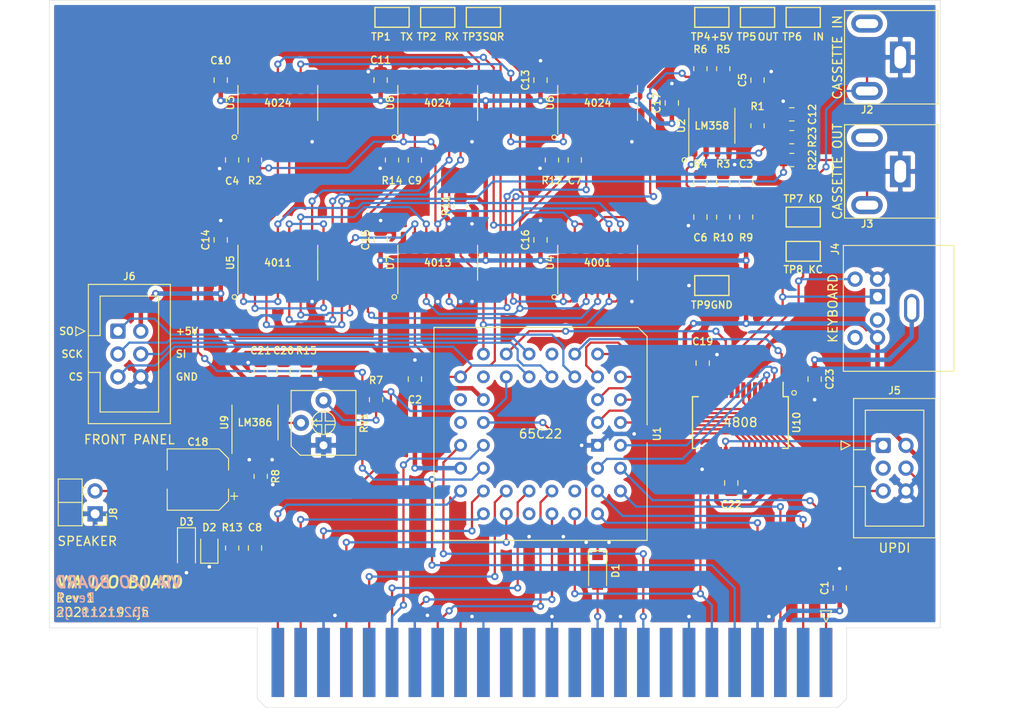
<source format=kicad_pcb>
(kicad_pcb (version 20171130) (host pcbnew "(5.1.10)-1")
  (title_block (title "VIA I/O Card") (date 2021-12-19) (rev 1) (company rjh))
  (layers (0 F.Cu signal) (31 B.Cu signal) (34 B.Paste user hide) (35 F.Paste user hide) (36 B.SilkS user) (37 F.SilkS user) (38 B.Mask user hide) (39 F.Mask user hide) (44 Edge.Cuts user))
  (net 0 "")
  (net 1 /D6)
  (net 2 /D4)
  (net 3 /D7)
  (net 4 /D5)
  (net 5 /D2)
  (net 6 /D3)
  (net 7 /D0)
  (net 8 /D1)
  (net 9 /A14)
  (net 10 /A12)
  (net 11 /A15)
  (net 12 /A13)
  (net 13 /A10)
  (net 14 /A11)
  (net 15 /A8)
  (net 16 /A9)
  (net 17 /A6)
  (net 18 /A4)
  (net 19 /A7)
  (net 20 /A5)
  (net 21 /A2)
  (net 22 /A3)
  (net 23 /A0)
  (net 24 /A1)
  (net 25 /~IOSEL)
  (net 26 /SYNC)
  (net 27 /BE)
  (net 28 /14M)
  (net 29 /~NMI)
  (net 30 /DMA)
  (net 31 /~IRQ)
  (net 32 /~RW)
  (net 33 /RDY)
  (net 34 /~RES)
  (net 35 /PH2)
  (net 36 /+12V)
  (net 37 /-12V)
  (net 38 GND)
  (net 39 +5V)
  (net 40 "Net-(U1-Pad19)")
  (net 41 "Net-(J2-Pad3)")
  (net 42 "Net-(J3-Pad3)")
  (net 43 /CAS_RX)
  (net 44 /CAS_TX)
  (net 45 /KBD7)
  (net 46 /KBD6)
  (net 47 /KBD5)
  (net 48 /KBD4)
  (net 49 /KBD3)
  (net 50 /KBD2)
  (net 51 /KBD1)
  (net 52 /KBD0)
  (net 53 /~VIAIRQ)
  (net 54 /CassetteModem/CAS_IN)
  (net 55 /CassetteModem/CAS_OUT)
  (net 56 /KeyboardMCU/KBCLOCK)
  (net 57 /KeyboardMCU/KBDATA)
  (net 58 "Net-(C3-Pad2)")
  (net 59 "Net-(C4-Pad2)")
  (net 60 "Net-(C7-Pad2)")
  (net 61 /CassetteModem/CLK_38K)
  (net 62 "Net-(R4-Pad2)")
  (net 63 "Net-(R5-Pad1)")
  (net 64 "Net-(R6-Pad2)")
  (net 65 "Net-(U3-Pad12)")
  (net 66 "Net-(U3-Pad11)")
  (net 67 /CassetteModem/CLK_125K)
  (net 68 "Net-(U3-Pad6)")
  (net 69 "Net-(U3-Pad5)")
  (net 70 "Net-(U3-Pad4)")
  (net 71 "Net-(U3-Pad3)")
  (net 72 "Net-(U4-Pad11)")
  (net 73 "Net-(U4-Pad9)")
  (net 74 "Net-(U5-Pad10)")
  (net 75 "Net-(U5-Pad9)")
  (net 76 "Net-(U5-Pad8)")
  (net 77 "Net-(U5-Pad6)")
  (net 78 "Net-(U5-Pad5)")
  (net 79 "Net-(U5-Pad1)")
  (net 80 "Net-(U6-Pad12)")
  (net 81 "Net-(U6-Pad11)")
  (net 82 "Net-(U6-Pad9)")
  (net 83 "Net-(U6-Pad6)")
  (net 84 "Net-(U6-Pad5)")
  (net 85 "Net-(U6-Pad4)")
  (net 86 "Net-(U6-Pad3)")
  (net 87 "Net-(U7-Pad1)")
  (net 88 "Net-(U8-Pad12)")
  (net 89 "Net-(U8-Pad11)")
  (net 90 "Net-(U8-Pad9)")
  (net 91 "Net-(U8-Pad4)")
  (net 92 "Net-(U8-Pad3)")
  (net 93 /USR3)
  (net 94 /USR2)
  (net 95 /USR1)
  (net 96 /USR0)
  (net 97 "Net-(J4-Pad6)")
  (net 98 "Net-(J4-Pad2)")
  (net 99 "Net-(U1-Pad20)")
  (net 100 /SD_CS)
  (net 101 /SD_SCK)
  (net 102 /SD_MOSI)
  (net 103 /SD_MISO)
  (net 104 "Net-(C9-Pad2)")
  (net 105 "Net-(C9-Pad1)")
  (net 106 "Net-(R1-Pad1)")
  (net 107 "Net-(R22-Pad1)")
  (net 108 "Net-(C5-Pad1)")
  (net 109 /CassetteModem/REV2V5)
  (net 110 /CassetteModem/CAS_SQR)
  (net 111 /SPKR)
  (net 112 "Net-(C8-Pad1)")
  (net 113 "/Speaker Amp/SPKR_OUT")
  (net 114 "Net-(C18-Pad1)")
  (net 115 "Net-(C20-Pad1)")
  (net 116 "Net-(D2-Pad2)")
  (net 117 "Net-(R7-Pad2)")
  (net 118 "Net-(R8-Pad1)")
  (net 119 /CA1)
  (net 120 /CA2)
  (net 121 "Net-(U9-Pad8)")
  (net 122 "Net-(U9-Pad7)")
  (net 123 "Net-(U9-Pad1)")
  (net 124 /KBD_REPT)
  (net 125 /KeyboardMCU/MCU_RX)
  (net 126 /KeyboardMCU/MCU_TX)
  (net 127 "Net-(J5-Pad3)")
  (net 128 /KeyboardMCU/UPDI)
  (net 129 "Net-(U10-Pad17)")
  (net 130 "Net-(U10-Pad16)")
  (net 131 "Net-(U10-Pad5)")
  (net 132 "Net-(U10-Pad4)")
  (net 133 "Net-(U10-Pad13)")
  (net 134 "Net-(U10-Pad12)")
  (net 135 "Net-(U10-Pad11)")
  (net 136 /KBD_S)
  (module Capacitor_SMD:C_0805_2012Metric (layer F.Cu) (at 158.75 89.154 270)
    (fp_text reference C23 (at 0 -1.68 90) (layer F.SilkS) (effects (font (size 0.8 0.8))))
    (fp_text value 100n)
    (pad 2 smd roundrect (at 0.95 0 270) (size 1 1.45) (layers F.Cu F.Paste F.Mask) (net 38 GND))
    (pad 1 smd roundrect (at -0.95 0 270) (size 1 1.45) (layers F.Cu F.Paste F.Mask) (net 136 /KBD_S))
  )
  (module Connector_PinHeader_2.54mm:PinHeader_1x02_P2.54mm_Horizontal (layer F.Cu) (at 78.74 104.14 180)
    (fp_text reference J8 (at -2.032 0 270) (layer F.SilkS) (effects (font (size 0.8 0.8))))
    (fp_text value Conn_01x02)
    (pad 2 thru_hole oval (at 0 2.54 180) (size 1.7 1.7) (drill 1) (layers *.Cu *.Mask) (net 113 "/Speaker Amp/SPKR_OUT"))
    (pad 1 thru_hole rect (at 0 0 180) (size 1.7 1.7) (drill 1) (layers *.Cu *.Mask) (net 38 GND))
  )
  (module Connectors_Custom:CUI_MD-60S (layer F.Cu) (at 165.745 79.98 90)
    (fp_text reference J4 (at 5.304 -4.709 270) (layer F.SilkS) (effects (font (size 0.8 0.8))))
    (fp_text value Mini-DIN-6)
    (pad S thru_hole oval (at -1.3 3.8 90) (size 3.2 1.7) (drill oval 2.5 1) (layers *.Cu *.Mask) (net 136 /KBD_S))
    (pad 5 thru_hole circle (at 1.95 -2.5 90) (size 1.7 1.7) (drill 1) (layers *.Cu *.Mask) (net 56 /KeyboardMCU/KBCLOCK))
    (pad 6 thru_hole circle (at -4.55 -2.5 90) (size 1.7 1.7) (drill 1) (layers *.Cu *.Mask) (net 97 "Net-(J4-Pad6)"))
    (pad 4 thru_hole circle (at -4.55 0 90) (size 1.7 1.7) (drill 1) (layers *.Cu *.Mask) (net 39 +5V))
    (pad 3 thru_hole circle (at 1.95 0 90) (size 1.7 1.7) (drill 1) (layers *.Cu *.Mask) (net 38 GND))
    (pad 2 thru_hole circle (at -2.6 0 90) (size 1.7 1.7) (drill 1) (layers *.Cu *.Mask) (net 98 "Net-(J4-Pad2)"))
    (pad 1 thru_hole rect (at 0 0 90) (size 1.7 1.7) (drill 1) (layers *.Cu *.Mask) (net 57 /KeyboardMCU/KBDATA))
  )
  (module Package_SO:SSOP-28_5.3x10.2mm_P0.65mm (layer F.Cu) (at 150.495 93.98 270)
    (fp_text reference U10 (at 0 -6.25 90) (layer F.SilkS) (effects (font (size 0.8 0.8))))
    (fp_text value ATmega4808-X)
    (pad 28 smd rect (at 3.6 -4.225 270) (size 1.75 0.45) (layers F.Cu F.Paste F.Mask) (net 46 /KBD6))
    (pad 27 smd rect (at 3.6 -3.575 270) (size 1.75 0.45) (layers F.Cu F.Paste F.Mask) (net 47 /KBD5))
    (pad 26 smd rect (at 3.6 -2.925 270) (size 1.75 0.45) (layers F.Cu F.Paste F.Mask) (net 48 /KBD4))
    (pad 25 smd rect (at 3.6 -2.275 270) (size 1.75 0.45) (layers F.Cu F.Paste F.Mask) (net 49 /KBD3))
    (pad 24 smd rect (at 3.6 -1.625 270) (size 1.75 0.45) (layers F.Cu F.Paste F.Mask) (net 50 /KBD2))
    (pad 23 smd rect (at 3.6 -0.975 270) (size 1.75 0.45) (layers F.Cu F.Paste F.Mask) (net 51 /KBD1))
    (pad 22 smd rect (at 3.6 -0.325 270) (size 1.75 0.45) (layers F.Cu F.Paste F.Mask) (net 52 /KBD0))
    (pad 21 smd rect (at 3.6 0.325 270) (size 1.75 0.45) (layers F.Cu F.Paste F.Mask) (net 38 GND))
    (pad 20 smd rect (at 3.6 0.975 270) (size 1.75 0.45) (layers F.Cu F.Paste F.Mask) (net 39 +5V))
    (pad 19 smd rect (at 3.6 1.625 270) (size 1.75 0.45) (layers F.Cu F.Paste F.Mask) (net 128 /KeyboardMCU/UPDI))
    (pad 18 smd rect (at 3.6 2.275 270) (size 1.75 0.45) (layers F.Cu F.Paste F.Mask) (net 34 /~RES))
    (pad 17 smd rect (at 3.6 2.925 270) (size 1.75 0.45) (layers F.Cu F.Paste F.Mask) (net 129 "Net-(U10-Pad17)"))
    (pad 16 smd rect (at 3.6 3.575 270) (size 1.75 0.45) (layers F.Cu F.Paste F.Mask) (net 130 "Net-(U10-Pad16)"))
    (pad 15 smd rect (at 3.6 4.225 270) (size 1.75 0.45) (layers F.Cu F.Paste F.Mask) (net 38 GND))
    (pad 14 smd rect (at -3.6 4.225 270) (size 1.75 0.45) (layers F.Cu F.Paste F.Mask) (net 39 +5V))
    (pad 13 smd rect (at -3.6 3.575 270) (size 1.75 0.45) (layers F.Cu F.Paste F.Mask) (net 133 "Net-(U10-Pad13)"))
    (pad 12 smd rect (at -3.6 2.925 270) (size 1.75 0.45) (layers F.Cu F.Paste F.Mask) (net 134 "Net-(U10-Pad12)"))
    (pad 11 smd rect (at -3.6 2.275 270) (size 1.75 0.45) (layers F.Cu F.Paste F.Mask) (net 135 "Net-(U10-Pad11)"))
    (pad 10 smd rect (at -3.6 1.625 270) (size 1.75 0.45) (layers F.Cu F.Paste F.Mask) (net 124 /KBD_REPT))
    (pad 9 smd rect (at -3.6 0.975 270) (size 1.75 0.45) (layers F.Cu F.Paste F.Mask) (net 57 /KeyboardMCU/KBDATA))
    (pad 8 smd rect (at -3.6 0.325 270) (size 1.75 0.45) (layers F.Cu F.Paste F.Mask) (net 56 /KeyboardMCU/KBCLOCK))
    (pad 7 smd rect (at -3.6 -0.325 270) (size 1.75 0.45) (layers F.Cu F.Paste F.Mask) (net 125 /KeyboardMCU/MCU_RX))
    (pad 6 smd rect (at -3.6 -0.975 270) (size 1.75 0.45) (layers F.Cu F.Paste F.Mask) (net 126 /KeyboardMCU/MCU_TX))
    (pad 5 smd rect (at -3.6 -1.625 270) (size 1.75 0.45) (layers F.Cu F.Paste F.Mask) (net 131 "Net-(U10-Pad5)"))
    (pad 4 smd rect (at -3.6 -2.275 270) (size 1.75 0.45) (layers F.Cu F.Paste F.Mask) (net 132 "Net-(U10-Pad4)"))
    (pad 3 smd rect (at -3.6 -2.925 270) (size 1.75 0.45) (layers F.Cu F.Paste F.Mask) (net 120 /CA2))
    (pad 2 smd rect (at -3.6 -3.575 270) (size 1.75 0.45) (layers F.Cu F.Paste F.Mask) (net 119 /CA1))
    (pad 1 smd rect (at -3.6 -4.225 270) (size 1.75 0.45) (layers F.Cu F.Paste F.Mask) (net 45 /KBD7))
  )
  (module Capacitor_SMD:C_0805_2012Metric (layer F.Cu) (at 149.479 100.711 270)
    (fp_text reference C22 (at 2.413 0 180) (layer F.SilkS) (effects (font (size 0.8 0.8))))
    (fp_text value 100n)
    (pad 2 smd roundrect (at 0.95 0 270) (size 1 1.45) (layers F.Cu F.Paste F.Mask) (net 38 GND))
    (pad 1 smd roundrect (at -0.95 0 270) (size 1 1.45) (layers F.Cu F.Paste F.Mask) (net 39 +5V))
  )
  (module Connector_IDC:IDC-Header_2x03_P2.54mm_Vertical (layer F.Cu) (at 166.37 96.52)
    (fp_text reference J5 (at 1.27 -6.1) (layer F.SilkS) (effects (font (size 0.8 0.8))))
    (fp_text value Conn_02x03_Odd_Even)
    (pad 6 thru_hole circle (at 2.54 5.08) (size 1.7 1.7) (drill 1) (layers *.Cu *.Mask) (net 38 GND))
    (pad 4 thru_hole circle (at 2.54 2.54) (size 1.7 1.7) (drill 1) (layers *.Cu *.Mask) (net 125 /KeyboardMCU/MCU_RX))
    (pad 2 thru_hole circle (at 2.54 0) (size 1.7 1.7) (drill 1) (layers *.Cu *.Mask) (net 39 +5V))
    (pad 5 thru_hole circle (at 0 5.08) (size 1.7 1.7) (drill 1) (layers *.Cu *.Mask) (net 126 /KeyboardMCU/MCU_TX))
    (pad 3 thru_hole circle (at 0 2.54) (size 1.7 1.7) (drill 1) (layers *.Cu *.Mask) (net 127 "Net-(J5-Pad3)"))
    (pad 1 thru_hole roundrect (at 0 0) (size 1.7 1.7) (drill 1) (layers *.Cu *.Mask) (roundrect_rratio 0.1470588235294118) (net 128 /KeyboardMCU/UPDI))
  )
  (module TestPoint:TestPoint_Keystone_5015_Micro-Minature (layer F.Cu) (at 116.84 48.895)
    (fp_text reference TP2 (at -2.413 2.159) (layer F.SilkS) (effects (font (size 0.8 0.8)) (justify left)))
    (fp_text value TestPoint)
    (pad 1 smd rect (at 0 0) (size 3.4 1.8) (layers F.Cu F.Paste F.Mask) (net 43 /CAS_RX))
  )
  (module TestPoint:TestPoint_Keystone_5015_Micro-Minature (layer F.Cu) (at 111.76 48.895)
    (fp_text reference TP1 (at -2.413 2.159) (layer F.SilkS) (effects (font (size 0.8 0.8)) (justify left)))
    (fp_text value TestPoint)
    (pad 1 smd rect (at 0 0) (size 3.4 1.8) (layers F.Cu F.Paste F.Mask) (net 44 /CAS_TX))
  )
  (module Package_SO:SOIC-8_3.9x4.9mm_P1.27mm (layer F.Cu) (at 96.52 93.98 90)
    (fp_text reference U9 (at 0 -3.4 90) (layer F.SilkS) (effects (font (size 0.8 0.8))))
    (fp_text value LM386)
    (pad 8 smd roundrect (at 2.475 -1.905 90) (size 1.95 0.6) (layers F.Cu F.Paste F.Mask) (net 121 "Net-(U9-Pad8)"))
    (pad 7 smd roundrect (at 2.475 -0.635 90) (size 1.95 0.6) (layers F.Cu F.Paste F.Mask) (net 122 "Net-(U9-Pad7)"))
    (pad 6 smd roundrect (at 2.475 0.635 90) (size 1.95 0.6) (layers F.Cu F.Paste F.Mask) (net 39 +5V))
    (pad 5 smd roundrect (at 2.475 1.905 90) (size 1.95 0.6) (layers F.Cu F.Paste F.Mask) (net 114 "Net-(C18-Pad1)"))
    (pad 4 smd roundrect (at -2.475 1.905 90) (size 1.95 0.6) (layers F.Cu F.Paste F.Mask) (net 38 GND))
    (pad 3 smd roundrect (at -2.475 0.635 90) (size 1.95 0.6) (layers F.Cu F.Paste F.Mask) (net 118 "Net-(R8-Pad1)"))
    (pad 2 smd roundrect (at -2.475 -0.635 90) (size 1.95 0.6) (layers F.Cu F.Paste F.Mask) (net 38 GND))
    (pad 1 smd roundrect (at -2.475 -1.905 90) (size 1.95 0.6) (layers F.Cu F.Paste F.Mask) (net 123 "Net-(U9-Pad1)"))
  )
  (module Potentiometer_Custom:Potentiometer_Copal_CT-6EP (layer F.Cu) (at 104.14 96.52 90)
    (fp_text reference RV1 (at 2.5 4.5 270) (layer F.SilkS) (effects (font (size 0.8 0.8))))
    (fp_text value 10K)
    (pad 3 thru_hole circle (at 5 0 90) (size 1.778 1.778) (drill 0.889) (layers *.Cu *.Mask) (net 117 "Net-(R7-Pad2)"))
    (pad 2 thru_hole circle (at 2.5 -2.5 90) (size 1.778 1.778) (drill 0.889) (layers *.Cu *.Mask) (net 118 "Net-(R8-Pad1)"))
    (pad 1 thru_hole rect (at 0 0 90) (size 1.778 1.778) (drill 0.889) (layers *.Cu *.Mask) (net 38 GND))
  )
  (module Resistor_SMD:R_0805_2012Metric (layer F.Cu) (at 102.235 88.265 270)
    (fp_text reference R15 (at -2.286 0 180) (layer F.SilkS) (effects (font (size 0.8 0.8))))
    (fp_text value 10R)
    (pad 2 smd roundrect (at 0.9125 0 270) (size 1.025 1.4) (layers F.Cu F.Paste F.Mask) (roundrect_rratio 0.2439004878048781) (net 38 GND))
    (pad 1 smd roundrect (at -0.9125 0 270) (size 1.025 1.4) (layers F.Cu F.Paste F.Mask) (roundrect_rratio 0.2439004878048781) (net 115 "Net-(C20-Pad1)"))
  )
  (module Resistor_SMD:R_0805_2012Metric (layer F.Cu) (at 93.980001 107.95 270)
    (fp_text reference R13 (at -2.286 0.000001 180) (layer F.SilkS) (effects (font (size 0.8 0.8))))
    (fp_text value 270R)
    (pad 2 smd roundrect (at 0.9125 0 270) (size 1.025 1.4) (layers F.Cu F.Paste F.Mask) (roundrect_rratio 0.2439004878048781) (net 112 "Net-(C8-Pad1)"))
    (pad 1 smd roundrect (at -0.9125 0 270) (size 1.025 1.4) (layers F.Cu F.Paste F.Mask) (roundrect_rratio 0.2439004878048781) (net 116 "Net-(D2-Pad2)"))
  )
  (module Resistor_SMD:R_0805_2012Metric (layer F.Cu) (at 97.155 99.9725 270)
    (fp_text reference R8 (at 0 -1.65 90) (layer F.SilkS) (effects (font (size 0.8 0.8))))
    (fp_text value 4K7)
    (pad 2 smd roundrect (at 0.9125 0 270) (size 1.025 1.4) (layers F.Cu F.Paste F.Mask) (roundrect_rratio 0.2439004878048781) (net 38 GND))
    (pad 1 smd roundrect (at -0.9125 0 270) (size 1.025 1.4) (layers F.Cu F.Paste F.Mask) (roundrect_rratio 0.2439004878048781) (net 118 "Net-(R8-Pad1)"))
  )
  (module Resistor_SMD:R_0805_2012Metric (layer F.Cu) (at 109.982 91.44 270)
    (fp_text reference R7 (at -2.159 0 180) (layer F.SilkS) (effects (font (size 0.8 0.8))))
    (fp_text value 220K)
    (pad 2 smd roundrect (at 0.9125 0 270) (size 1.025 1.4) (layers F.Cu F.Paste F.Mask) (roundrect_rratio 0.2439004878048781) (net 117 "Net-(R7-Pad2)"))
    (pad 1 smd roundrect (at -0.9125 0 270) (size 1.025 1.4) (layers F.Cu F.Paste F.Mask) (roundrect_rratio 0.2439004878048781) (net 111 /SPKR))
  )
  (module Diode_SMD:D_SOD-123 (layer F.Cu) (at 88.9 107.95 270)
    (fp_text reference D3 (at -2.921 0 180) (layer F.SilkS) (effects (font (size 0.8 0.8))))
    (fp_text value 4148)
    (pad 2 smd rect (at 1.65 0 270) (size 0.9 1.2) (layers F.Cu F.Paste F.Mask) (net 38 GND))
    (pad 1 smd rect (at -1.65 0 270) (size 0.9 1.2) (layers F.Cu F.Paste F.Mask) (net 116 "Net-(D2-Pad2)"))
  )
  (module LED_SMD:LED_0805_2012Metric (layer F.Cu) (at 91.439999 107.95 90)
    (fp_text reference D2 (at 2.286 0.000001 180) (layer F.SilkS) (effects (font (size 0.8 0.8))))
    (fp_text value LED_Small)
    (pad 2 smd roundrect (at 0.9375 0 90) (size 0.975 1.4) (layers F.Cu F.Paste F.Mask) (net 116 "Net-(D2-Pad2)"))
    (pad 1 smd roundrect (at -0.9375 0 90) (size 0.975 1.4) (layers F.Cu F.Paste F.Mask) (net 38 GND))
  )
  (module Capacitor_SMD:C_0805_2012Metric (layer F.Cu) (at 97.155 88.265 90)
    (fp_text reference C21 (at 2.286 0 180) (layer F.SilkS) (effects (font (size 0.8 0.8))))
    (fp_text value 100n)
    (pad 2 smd roundrect (at 0.95 0 90) (size 1 1.45) (layers F.Cu F.Paste F.Mask) (net 38 GND))
    (pad 1 smd roundrect (at -0.95 0 90) (size 1 1.45) (layers F.Cu F.Paste F.Mask) (net 39 +5V))
  )
  (module Capacitor_SMD:C_0805_2012Metric (layer F.Cu) (at 99.695 88.265 270)
    (fp_text reference C20 (at -2.286 0 180) (layer F.SilkS) (effects (font (size 0.8 0.8))))
    (fp_text value 47n)
    (pad 2 smd roundrect (at 0.95 0 270) (size 1 1.45) (layers F.Cu F.Paste F.Mask) (net 114 "Net-(C18-Pad1)"))
    (pad 1 smd roundrect (at -0.95 0 270) (size 1 1.45) (layers F.Cu F.Paste F.Mask) (net 115 "Net-(C20-Pad1)"))
  )
  (module Capacitor_SMD:CP_Elec_6.3x5.4 (layer F.Cu) (at 90.17 100.33 180)
    (fp_text reference C18 (at 0 4.191) (layer F.SilkS) (effects (font (size 0.8 0.8))))
    (fp_text value 100u)
    (pad 2 smd roundrect (at 2.8 0 180) (size 3.5 1.6) (layers F.Cu F.Paste F.Mask) (roundrect_rratio 0.15625) (net 113 "/Speaker Amp/SPKR_OUT"))
    (pad 1 smd roundrect (at -2.8 0 180) (size 3.5 1.6) (layers F.Cu F.Paste F.Mask) (roundrect_rratio 0.15625) (net 114 "Net-(C18-Pad1)"))
  )
  (module Capacitor_SMD:C_0805_2012Metric (layer F.Cu) (at 96.52 107.95 90)
    (fp_text reference C8 (at 2.286 0 180) (layer F.SilkS) (effects (font (size 0.8 0.8))))
    (fp_text value 1u)
    (pad 2 smd roundrect (at 0.95 0 90) (size 1 1.45) (layers F.Cu F.Paste F.Mask) (net 111 /SPKR))
    (pad 1 smd roundrect (at -0.95 0 90) (size 1 1.45) (layers F.Cu F.Paste F.Mask) (net 112 "Net-(C8-Pad1)"))
  )
  (module TestPoint:TestPoint_Keystone_5015_Micro-Minature (layer F.Cu) (at 152.4 48.895)
    (fp_text reference TP5 (at -2.413 2.159) (layer F.SilkS) (effects (font (size 0.8 0.8)) (justify left)))
    (fp_text value TestPoint)
    (pad 1 smd rect (at 0 0) (size 3.4 1.8) (layers F.Cu F.Paste F.Mask) (net 55 /CassetteModem/CAS_OUT))
  )
  (module TestPoint:TestPoint_Keystone_5015_Micro-Minature (layer F.Cu) (at 121.92 48.895)
    (fp_text reference TP3 (at -2.413 2.159) (layer F.SilkS) (effects (font (size 0.8 0.8)) (justify left)))
    (fp_text value TestPoint)
    (pad 1 smd rect (at 0 0) (size 3.4 1.8) (layers F.Cu F.Paste F.Mask) (net 110 /CassetteModem/CAS_SQR))
  )
  (module TestPoint:TestPoint_Keystone_5015_Micro-Minature (layer F.Cu) (at 157.48 48.895)
    (fp_text reference TP6 (at -2.413 2.159) (layer F.SilkS) (effects (font (size 0.8 0.8)) (justify left)))
    (fp_text value TestPoint)
    (pad 1 smd rect (at 0 0) (size 3.4 1.8) (layers F.Cu F.Paste F.Mask) (net 54 /CassetteModem/CAS_IN))
  )
  (module TestPoint:TestPoint_Keystone_5015_Micro-Minature (layer F.Cu) (at 157.48 71.12)
    (fp_text reference TP7 (at -2.286 -2.032) (layer F.SilkS) (effects (font (size 0.8 0.8)) (justify left)))
    (fp_text value TestPoint)
    (pad 1 smd rect (at 0 0) (size 3.4 1.8) (layers F.Cu F.Paste F.Mask) (net 57 /KeyboardMCU/KBDATA))
  )
  (module TestPoint:TestPoint_Keystone_5015_Micro-Minature (layer F.Cu) (at 157.48 74.93)
    (fp_text reference TP8 (at -2.286 2.032) (layer F.SilkS) (effects (font (size 0.8 0.8)) (justify left)))
    (fp_text value TestPoint)
    (pad 1 smd rect (at 0 0) (size 3.4 1.8) (layers F.Cu F.Paste F.Mask) (net 56 /KeyboardMCU/KBCLOCK))
  )
  (module TestPoint:TestPoint_Keystone_5015_Micro-Minature (layer F.Cu) (at 147.32 78.74)
    (fp_text reference TP9 (at -2.413 2.159) (layer F.SilkS) (effects (font (size 0.8 0.8)) (justify left)))
    (fp_text value TestPoint)
    (pad 1 smd rect (at 0 0) (size 3.4 1.8) (layers F.Cu F.Paste F.Mask) (net 38 GND))
  )
  (module TestPoint:TestPoint_Keystone_5015_Micro-Minature (layer F.Cu) (at 147.32 48.895)
    (fp_text reference TP4 (at -2.413 2.159) (layer F.SilkS) (effects (font (size 0.8 0.8)) (justify left)))
    (fp_text value TestPoint)
    (pad 1 smd rect (at 0 0) (size 3.4 1.8) (layers F.Cu F.Paste F.Mask) (net 39 +5V))
  )
  (module Package_SO:SOIC-14_3.9x8.7mm_P1.27mm (layer F.Cu) (at 116.84 76.2 90)
    (fp_text reference U7 (at 0 -5.28 90) (layer F.SilkS) (effects (font (size 0.8 0.8))))
    (fp_text value 4013)
    (pad 14 smd roundrect (at 2.475 -3.81 90) (size 1.95 0.6) (layers F.Cu F.Paste F.Mask) (net 39 +5V))
    (pad 13 smd roundrect (at 2.475 -2.54 90) (size 1.95 0.6) (layers F.Cu F.Paste F.Mask) (net 77 "Net-(U5-Pad6)"))
    (pad 12 smd roundrect (at 2.475 -1.27 90) (size 1.95 0.6) (layers F.Cu F.Paste F.Mask) (net 75 "Net-(U5-Pad9)"))
    (pad 11 smd roundrect (at 2.475 0 90) (size 1.95 0.6) (layers F.Cu F.Paste F.Mask) (net 61 /CassetteModem/CLK_38K))
    (pad 10 smd roundrect (at 2.475 1.27 90) (size 1.95 0.6) (layers F.Cu F.Paste F.Mask) (net 38 GND))
    (pad 9 smd roundrect (at 2.475 2.54 90) (size 1.95 0.6) (layers F.Cu F.Paste F.Mask) (net 44 /CAS_TX))
    (pad 8 smd roundrect (at 2.475 3.81 90) (size 1.95 0.6) (layers F.Cu F.Paste F.Mask) (net 38 GND))
    (pad 7 smd roundrect (at -2.475 3.81 90) (size 1.95 0.6) (layers F.Cu F.Paste F.Mask) (net 38 GND))
    (pad 6 smd roundrect (at -2.475 2.54 90) (size 1.95 0.6) (layers F.Cu F.Paste F.Mask) (net 38 GND))
    (pad 5 smd roundrect (at -2.475 1.27 90) (size 1.95 0.6) (layers F.Cu F.Paste F.Mask) (net 86 "Net-(U6-Pad3)"))
    (pad 4 smd roundrect (at -2.475 0 90) (size 1.95 0.6) (layers F.Cu F.Paste F.Mask) (net 38 GND))
    (pad 3 smd roundrect (at -2.475 -1.27 90) (size 1.95 0.6) (layers F.Cu F.Paste F.Mask) (net 110 /CassetteModem/CAS_SQR))
    (pad 2 smd roundrect (at -2.475 -2.54 90) (size 1.95 0.6) (layers F.Cu F.Paste F.Mask) (net 43 /CAS_RX))
    (pad 1 smd roundrect (at -2.475 -3.81 90) (size 1.95 0.6) (layers F.Cu F.Paste F.Mask) (net 87 "Net-(U7-Pad1)"))
  )
  (module Package_SO:SOIC-14_3.9x8.7mm_P1.27mm (layer F.Cu) (at 134.62 76.2 90)
    (fp_text reference U4 (at 0 -5.28 90) (layer F.SilkS) (effects (font (size 0.8 0.8))))
    (fp_text value 4001)
    (pad 14 smd roundrect (at 2.475 -3.81 90) (size 1.95 0.6) (layers F.Cu F.Paste F.Mask) (net 39 +5V))
    (pad 13 smd roundrect (at 2.475 -2.54 90) (size 1.95 0.6) (layers F.Cu F.Paste F.Mask) (net 66 "Net-(U3-Pad11)"))
    (pad 12 smd roundrect (at 2.475 -1.27 90) (size 1.95 0.6) (layers F.Cu F.Paste F.Mask) (net 66 "Net-(U3-Pad11)"))
    (pad 11 smd roundrect (at 2.475 0 90) (size 1.95 0.6) (layers F.Cu F.Paste F.Mask) (net 72 "Net-(U4-Pad11)"))
    (pad 10 smd roundrect (at 2.475 1.27 90) (size 1.95 0.6) (layers F.Cu F.Paste F.Mask) (net 61 /CassetteModem/CLK_38K))
    (pad 9 smd roundrect (at 2.475 2.54 90) (size 1.95 0.6) (layers F.Cu F.Paste F.Mask) (net 73 "Net-(U4-Pad9)"))
    (pad 8 smd roundrect (at 2.475 3.81 90) (size 1.95 0.6) (layers F.Cu F.Paste F.Mask) (net 72 "Net-(U4-Pad11)"))
    (pad 7 smd roundrect (at -2.475 3.81 90) (size 1.95 0.6) (layers F.Cu F.Paste F.Mask) (net 38 GND))
    (pad 6 smd roundrect (at -2.475 2.54 90) (size 1.95 0.6) (layers F.Cu F.Paste F.Mask) (net 44 /CAS_TX))
    (pad 5 smd roundrect (at -2.475 1.27 90) (size 1.95 0.6) (layers F.Cu F.Paste F.Mask) (net 44 /CAS_TX))
    (pad 4 smd roundrect (at -2.475 0 90) (size 1.95 0.6) (layers F.Cu F.Paste F.Mask) (net 105 "Net-(C9-Pad1)"))
    (pad 3 smd roundrect (at -2.475 -1.27 90) (size 1.95 0.6) (layers F.Cu F.Paste F.Mask) (net 110 /CassetteModem/CAS_SQR))
    (pad 2 smd roundrect (at -2.475 -2.54 90) (size 1.95 0.6) (layers F.Cu F.Paste F.Mask) (net 64 "Net-(R6-Pad2)"))
    (pad 1 smd roundrect (at -2.475 -3.81 90) (size 1.95 0.6) (layers F.Cu F.Paste F.Mask) (net 64 "Net-(R6-Pad2)"))
  )
  (module Package_SO:SOIC-8_3.9x4.9mm_P1.27mm (layer F.Cu) (at 147.32 60.96 90)
    (fp_text reference U2 (at 0 -3.4 90) (layer F.SilkS) (effects (font (size 0.8 0.8))))
    (fp_text value LM358)
    (pad 8 smd roundrect (at 2.475 -1.905 90) (size 1.95 0.6) (layers F.Cu F.Paste F.Mask) (net 39 +5V))
    (pad 7 smd roundrect (at 2.475 -0.635 90) (size 1.95 0.6) (layers F.Cu F.Paste F.Mask) (net 64 "Net-(R6-Pad2)"))
    (pad 6 smd roundrect (at 2.475 0.635 90) (size 1.95 0.6) (layers F.Cu F.Paste F.Mask) (net 108 "Net-(C5-Pad1)"))
    (pad 5 smd roundrect (at 2.475 1.905 90) (size 1.95 0.6) (layers F.Cu F.Paste F.Mask) (net 63 "Net-(R5-Pad1)"))
    (pad 4 smd roundrect (at -2.475 1.905 90) (size 1.95 0.6) (layers F.Cu F.Paste F.Mask) (net 38 GND))
    (pad 3 smd roundrect (at -2.475 0.635 90) (size 1.95 0.6) (layers F.Cu F.Paste F.Mask) (net 58 "Net-(C3-Pad2)"))
    (pad 2 smd roundrect (at -2.475 -0.635 90) (size 1.95 0.6) (layers F.Cu F.Paste F.Mask) (net 106 "Net-(R1-Pad1)"))
    (pad 1 smd roundrect (at -2.475 -1.905 90) (size 1.95 0.6) (layers F.Cu F.Paste F.Mask) (net 62 "Net-(R4-Pad2)"))
  )
  (module Connector_IDC:IDC-Header_2x03_P2.54mm_Vertical (layer F.Cu) (at 81.28 83.82)
    (fp_text reference J6 (at 1.27 -6.1) (layer F.SilkS) (effects (font (size 0.8 0.8))))
    (fp_text value Conn_02x03_Odd_Even)
    (pad 6 thru_hole circle (at 2.54 5.08) (size 1.7 1.7) (drill 1) (layers *.Cu *.Mask) (net 38 GND))
    (pad 4 thru_hole circle (at 2.54 2.54) (size 1.7 1.7) (drill 1) (layers *.Cu *.Mask) (net 102 /SD_MOSI))
    (pad 2 thru_hole circle (at 2.54 0) (size 1.7 1.7) (drill 1) (layers *.Cu *.Mask) (net 39 +5V))
    (pad 5 thru_hole circle (at 0 5.08) (size 1.7 1.7) (drill 1) (layers *.Cu *.Mask) (net 100 /SD_CS))
    (pad 3 thru_hole circle (at 0 2.54) (size 1.7 1.7) (drill 1) (layers *.Cu *.Mask) (net 101 /SD_SCK))
    (pad 1 thru_hole roundrect (at 0 0) (size 1.7 1.7) (drill 1) (layers *.Cu *.Mask) (roundrect_rratio 0.1470588235294118) (net 103 /SD_MISO))
  )
  (module Capacitor_SMD:C_0805_2012Metric (layer F.Cu) (at 152.4 55.88 90)
    (fp_text reference C5 (at 0 -1.68 90) (layer F.SilkS) (effects (font (size 0.8 0.8))))
    (fp_text value 100n)
    (pad 2 smd roundrect (at 0.95 0 90) (size 1 1.45) (layers F.Cu F.Paste F.Mask) (net 38 GND))
    (pad 1 smd roundrect (at -0.95 0 90) (size 1 1.45) (layers F.Cu F.Paste F.Mask) (net 108 "Net-(C5-Pad1)"))
  )
  (module Package_LCC:PLCC-44_THT-Socket (layer F.Cu) (at 134.62 96.52 270)
    (fp_text reference U1 (at -1.27 -6.604 90) (layer F.SilkS) (effects (font (size 0.8 0.8))))
    (fp_text value W65C22SxxPL)
    (pad 39 thru_hole circle (at 7.62 0 270) (size 1.4224 1.4224) (drill 0.8) (layers *.Cu *.Mask) (net 22 /A3))
    (pad 37 thru_hole circle (at 7.62 2.54 270) (size 1.4224 1.4224) (drill 0.8) (layers *.Cu *.Mask) (net 34 /~RES))
    (pad 35 thru_hole circle (at 7.62 5.08 270) (size 1.4224 1.4224) (drill 0.8) (layers *.Cu *.Mask) (net 8 /D1))
    (pad 33 thru_hole circle (at 7.62 7.62 270) (size 1.4224 1.4224) (drill 0.8) (layers *.Cu *.Mask))
    (pad 31 thru_hole circle (at 7.62 10.16 270) (size 1.4224 1.4224) (drill 0.8) (layers *.Cu *.Mask) (net 2 /D4))
    (pad 40 thru_hole circle (at 5.08 -2.54 270) (size 1.4224 1.4224) (drill 0.8) (layers *.Cu *.Mask) (net 21 /A2))
    (pad 38 thru_hole circle (at 5.08 2.54 270) (size 1.4224 1.4224) (drill 0.8) (layers *.Cu *.Mask))
    (pad 36 thru_hole circle (at 5.08 5.08 270) (size 1.4224 1.4224) (drill 0.8) (layers *.Cu *.Mask) (net 7 /D0))
    (pad 34 thru_hole circle (at 5.08 7.62 270) (size 1.4224 1.4224) (drill 0.8) (layers *.Cu *.Mask) (net 5 /D2))
    (pad 32 thru_hole circle (at 5.08 10.16 270) (size 1.4224 1.4224) (drill 0.8) (layers *.Cu *.Mask) (net 6 /D3))
    (pad 30 thru_hole circle (at 5.08 12.7 270) (size 1.4224 1.4224) (drill 0.8) (layers *.Cu *.Mask) (net 4 /D5))
    (pad 28 thru_hole circle (at 5.08 15.24 270) (size 1.4224 1.4224) (drill 0.8) (layers *.Cu *.Mask) (net 3 /D7))
    (pad 26 thru_hole circle (at 2.54 15.24 270) (size 1.4224 1.4224) (drill 0.8) (layers *.Cu *.Mask) (net 39 +5V))
    (pad 24 thru_hole circle (at 0 15.24 270) (size 1.4224 1.4224) (drill 0.8) (layers *.Cu *.Mask) (net 32 /~RW))
    (pad 22 thru_hole circle (at -2.54 15.24 270) (size 1.4224 1.4224) (drill 0.8) (layers *.Cu *.Mask))
    (pad 20 thru_hole circle (at -5.08 15.24 270) (size 1.4224 1.4224) (drill 0.8) (layers *.Cu *.Mask) (net 99 "Net-(U1-Pad20)"))
    (pad 18 thru_hole circle (at -7.62 15.24 270) (size 1.4224 1.4224) (drill 0.8) (layers *.Cu *.Mask) (net 43 /CAS_RX))
    (pad 29 thru_hole circle (at 7.62 12.7 270) (size 1.4224 1.4224) (drill 0.8) (layers *.Cu *.Mask) (net 1 /D6))
    (pad 27 thru_hole circle (at 2.54 12.7 270) (size 1.4224 1.4224) (drill 0.8) (layers *.Cu *.Mask) (net 35 /PH2))
    (pad 25 thru_hole circle (at 0 12.7 270) (size 1.4224 1.4224) (drill 0.8) (layers *.Cu *.Mask) (net 25 /~IOSEL))
    (pad 23 thru_hole circle (at -2.54 12.7 270) (size 1.4224 1.4224) (drill 0.8) (layers *.Cu *.Mask) (net 53 /~VIAIRQ))
    (pad 21 thru_hole circle (at -5.08 12.7 270) (size 1.4224 1.4224) (drill 0.8) (layers *.Cu *.Mask) (net 39 +5V))
    (pad 19 thru_hole circle (at -7.62 12.7 270) (size 1.4224 1.4224) (drill 0.8) (layers *.Cu *.Mask) (net 40 "Net-(U1-Pad19)"))
    (pad 17 thru_hole circle (at -10.16 12.7 270) (size 1.4224 1.4224) (drill 0.8) (layers *.Cu *.Mask) (net 44 /CAS_TX))
    (pad 15 thru_hole circle (at -10.16 10.16 270) (size 1.4224 1.4224) (drill 0.8) (layers *.Cu *.Mask) (net 124 /KBD_REPT))
    (pad 13 thru_hole circle (at -10.16 7.62 270) (size 1.4224 1.4224) (drill 0.8) (layers *.Cu *.Mask) (net 101 /SD_SCK))
    (pad 11 thru_hole circle (at -10.16 5.08 270) (size 1.4224 1.4224) (drill 0.8) (layers *.Cu *.Mask))
    (pad 9 thru_hole circle (at -10.16 2.54 270) (size 1.4224 1.4224) (drill 0.8) (layers *.Cu *.Mask) (net 45 /KBD7))
    (pad 7 thru_hole circle (at -10.16 0 270) (size 1.4224 1.4224) (drill 0.8) (layers *.Cu *.Mask) (net 47 /KBD5))
    (pad 16 thru_hole circle (at -7.62 10.16 270) (size 1.4224 1.4224) (drill 0.8) (layers *.Cu *.Mask) (net 111 /SPKR))
    (pad 14 thru_hole circle (at -7.62 7.62 270) (size 1.4224 1.4224) (drill 0.8) (layers *.Cu *.Mask) (net 100 /SD_CS))
    (pad 12 thru_hole circle (at -7.62 5.08 270) (size 1.4224 1.4224) (drill 0.8) (layers *.Cu *.Mask) (net 102 /SD_MOSI))
    (pad 10 thru_hole circle (at -7.62 2.54 270) (size 1.4224 1.4224) (drill 0.8) (layers *.Cu *.Mask) (net 103 /SD_MISO))
    (pad 8 thru_hole circle (at -7.62 0 270) (size 1.4224 1.4224) (drill 0.8) (layers *.Cu *.Mask) (net 46 /KBD6))
    (pad 42 thru_hole circle (at 2.54 -2.54 270) (size 1.4224 1.4224) (drill 0.8) (layers *.Cu *.Mask) (net 23 /A0))
    (pad 44 thru_hole circle (at 0 -2.54 270) (size 1.4224 1.4224) (drill 0.8) (layers *.Cu *.Mask) (net 119 /CA1))
    (pad 6 thru_hole circle (at -7.62 -2.54 270) (size 1.4224 1.4224) (drill 0.8) (layers *.Cu *.Mask) (net 48 /KBD4))
    (pad 4 thru_hole circle (at -5.08 -2.54 270) (size 1.4224 1.4224) (drill 0.8) (layers *.Cu *.Mask) (net 50 /KBD2))
    (pad 2 thru_hole circle (at -2.54 -2.54 270) (size 1.4224 1.4224) (drill 0.8) (layers *.Cu *.Mask) (net 52 /KBD0))
    (pad 41 thru_hole circle (at 5.08 0 270) (size 1.4224 1.4224) (drill 0.8) (layers *.Cu *.Mask) (net 24 /A1))
    (pad 43 thru_hole circle (at 2.54 0 270) (size 1.4224 1.4224) (drill 0.8) (layers *.Cu *.Mask) (net 120 /CA2))
    (pad 5 thru_hole circle (at -5.08 0 270) (size 1.4224 1.4224) (drill 0.8) (layers *.Cu *.Mask) (net 49 /KBD3))
    (pad 3 thru_hole circle (at -2.54 0 270) (size 1.4224 1.4224) (drill 0.8) (layers *.Cu *.Mask) (net 51 /KBD1))
    (pad 1 thru_hole rect (at 0 0 270) (size 1.4224 1.4224) (drill 0.8) (layers *.Cu *.Mask) (net 38 GND))
  )
  (module Connectors_Custom:EDAC_345-050-520-202_CardEdge (layer F.Cu) (at 160.02 116.84)
    (fp_text reference J1 hide)
    (fp_text value Conn_02x25_Odd_Even)
    (pad 50 connect rect (at -60.96 3.845) (size 1.4 7.69) (layers B.Cu B.Mask) (net 93 /USR3))
    (pad 49 connect rect (at -60.96 3.845) (size 1.4 7.69) (layers F.Cu F.Mask) (net 3 /D7))
    (pad 48 connect rect (at -58.42 3.845) (size 1.4 7.69) (layers B.Cu B.Mask) (net 94 /USR2))
    (pad 47 connect rect (at -58.42 3.845) (size 1.4 7.69) (layers F.Cu F.Mask) (net 1 /D6))
    (pad 46 connect rect (at -55.88 3.845) (size 1.4 7.69) (layers B.Cu B.Mask) (net 38 GND))
    (pad 45 connect rect (at -55.88 3.845) (size 1.4 7.69) (layers F.Cu F.Mask) (net 4 /D5))
    (pad 44 connect rect (at -53.34 3.845) (size 1.4 7.69) (layers B.Cu B.Mask) (net 95 /USR1))
    (pad 43 connect rect (at -53.34 3.845) (size 1.4 7.69) (layers F.Cu F.Mask) (net 2 /D4))
    (pad 42 connect rect (at -50.8 3.845) (size 1.4 7.69) (layers B.Cu B.Mask) (net 96 /USR0))
    (pad 41 connect rect (at -50.8 3.845) (size 1.4 7.69) (layers F.Cu F.Mask) (net 6 /D3))
    (pad 40 connect rect (at -48.26 3.845) (size 1.4 7.69) (layers B.Cu B.Mask) (net 25 /~IOSEL))
    (pad 39 connect rect (at -48.26 3.845) (size 1.4 7.69) (layers F.Cu F.Mask) (net 5 /D2))
    (pad 38 connect rect (at -45.72 3.845) (size 1.4 7.69) (layers B.Cu B.Mask) (net 38 GND))
    (pad 37 connect rect (at -45.72 3.845) (size 1.4 7.69) (layers F.Cu F.Mask) (net 8 /D1))
    (pad 36 connect rect (at -43.18 3.845) (size 1.4 7.69) (layers B.Cu B.Mask) (net 27 /BE))
    (pad 35 connect rect (at -43.18 3.845) (size 1.4 7.69) (layers F.Cu F.Mask) (net 7 /D0))
    (pad 34 connect rect (at -40.64 3.845) (size 1.4 7.69) (layers B.Cu B.Mask) (net 26 /SYNC))
    (pad 33 connect rect (at -40.64 3.845) (size 1.4 7.69) (layers F.Cu F.Mask) (net 38 GND))
    (pad 32 connect rect (at -38.1 3.845) (size 1.4 7.69) (layers B.Cu B.Mask) (net 38 GND))
    (pad 31 connect rect (at -38.1 3.845) (size 1.4 7.69) (layers F.Cu F.Mask) (net 11 /A15))
    (pad 30 connect rect (at -35.56 3.845) (size 1.4 7.69) (layers B.Cu B.Mask) (net 28 /14M))
    (pad 29 connect rect (at -35.56 3.845) (size 1.4 7.69) (layers F.Cu F.Mask) (net 9 /A14))
    (pad 28 connect rect (at -33.02 3.845) (size 1.4 7.69) (layers B.Cu B.Mask) (net 29 /~NMI))
    (pad 27 connect rect (at -33.02 3.845) (size 1.4 7.69) (layers F.Cu F.Mask) (net 12 /A13))
    (pad 26 connect rect (at -30.48 3.845) (size 1.4 7.69) (layers B.Cu B.Mask) (net 38 GND))
    (pad 25 connect rect (at -30.48 3.845) (size 1.4 7.69) (layers F.Cu F.Mask) (net 10 /A12))
    (pad 24 connect rect (at -27.94 3.845) (size 1.4 7.69) (layers B.Cu B.Mask) (net 30 /DMA))
    (pad 23 connect rect (at -27.94 3.845) (size 1.4 7.69) (layers F.Cu F.Mask) (net 14 /A11))
    (pad 22 connect rect (at -25.4 3.845) (size 1.4 7.69) (layers B.Cu B.Mask) (net 31 /~IRQ))
    (pad 21 connect rect (at -25.4 3.845) (size 1.4 7.69) (layers F.Cu F.Mask) (net 13 /A10))
    (pad 20 connect rect (at -22.86 3.845) (size 1.4 7.69) (layers B.Cu B.Mask) (net 38 GND))
    (pad 19 connect rect (at -22.86 3.845) (size 1.4 7.69) (layers F.Cu F.Mask) (net 16 /A9))
    (pad 18 connect rect (at -20.32 3.845) (size 1.4 7.69) (layers B.Cu B.Mask) (net 32 /~RW))
    (pad 17 connect rect (at -20.32 3.845) (size 1.4 7.69) (layers F.Cu F.Mask) (net 15 /A8))
    (pad 16 connect rect (at -17.78 3.845) (size 1.4 7.69) (layers B.Cu B.Mask) (net 33 /RDY))
    (pad 15 connect rect (at -17.78 3.845) (size 1.4 7.69) (layers F.Cu F.Mask) (net 19 /A7))
    (pad 14 connect rect (at -15.24 3.845) (size 1.4 7.69) (layers B.Cu B.Mask) (net 38 GND))
    (pad 13 connect rect (at -15.24 3.845) (size 1.4 7.69) (layers F.Cu F.Mask) (net 17 /A6))
    (pad 12 connect rect (at -12.7 3.845) (size 1.4 7.69) (layers B.Cu B.Mask) (net 34 /~RES))
    (pad 11 connect rect (at -12.7 3.845) (size 1.4 7.69) (layers F.Cu F.Mask) (net 20 /A5))
    (pad 10 connect rect (at -10.16 3.845) (size 1.4 7.69) (layers B.Cu B.Mask) (net 35 /PH2))
    (pad 9 connect rect (at -10.16 3.845) (size 1.4 7.69) (layers F.Cu F.Mask) (net 18 /A4))
    (pad 8 connect rect (at -7.62 3.845) (size 1.4 7.69) (layers B.Cu B.Mask) (net 38 GND))
    (pad 7 connect rect (at -7.62 3.845) (size 1.4 7.69) (layers F.Cu F.Mask) (net 22 /A3))
    (pad 6 connect rect (at -5.08 3.845) (size 1.4 7.69) (layers B.Cu B.Mask) (net 39 +5V))
    (pad 5 connect rect (at -5.08 3.845) (size 1.4 7.69) (layers F.Cu F.Mask) (net 21 /A2))
    (pad 4 connect rect (at -2.54 3.845) (size 1.4 7.69) (layers B.Cu B.Mask) (net 36 /+12V))
    (pad 3 connect rect (at -2.54 3.845) (size 1.4 7.69) (layers F.Cu F.Mask) (net 24 /A1))
    (pad 2 connect rect (at 0 3.845) (size 1.4 7.69) (layers B.Cu B.Mask) (net 37 /-12V))
    (pad 1 connect rect (at 0 3.845) (size 1.4 7.69) (layers F.Cu F.Mask) (net 23 /A0))
  )
  (module Connectors_Custom:Jack_RCA_Switchcraft_PJRAN1X1UxxX (layer F.Cu) (at 168.275 66.04 90)
    (fp_text reference J3 (at -5.842 -3.683 180) (layer F.SilkS) (effects (font (size 0.8 0.8))))
    (fp_text value RCA)
    (pad 3 thru_hole oval (at 3.75 -3.7 90) (size 2 3.5) (drill oval 1 2.5) (layers *.Cu *.Mask) (net 42 "Net-(J3-Pad3)"))
    (pad 2 thru_hole oval (at -3.75 -3.7 90) (size 2 3.5) (drill oval 1 2.5) (layers *.Cu *.Mask) (net 55 /CassetteModem/CAS_OUT))
    (pad 1 thru_hole rect (at 0 0 90) (size 3.5 2.3) (drill oval 2.5 1.3) (layers *.Cu *.Mask) (net 38 GND))
  )
  (module Connectors_Custom:Jack_RCA_Switchcraft_PJRAN1X1UxxX (layer F.Cu) (at 168.275 53.34 90)
    (fp_text reference J2 (at -5.842 -3.683 180) (layer F.SilkS) (effects (font (size 0.8 0.8))))
    (fp_text value RCA)
    (pad 3 thru_hole oval (at 3.75 -3.7 90) (size 2 3.5) (drill oval 1 2.5) (layers *.Cu *.Mask) (net 41 "Net-(J2-Pad3)"))
    (pad 2 thru_hole oval (at -3.75 -3.7 90) (size 2 3.5) (drill oval 1 2.5) (layers *.Cu *.Mask) (net 54 /CassetteModem/CAS_IN))
    (pad 1 thru_hole rect (at 0 0 90) (size 3.5 2.3) (drill oval 2.5 1.3) (layers *.Cu *.Mask) (net 38 GND))
  )
  (module Diode_SMD:D_SOD-123 (layer F.Cu) (at 134.62 110.49 270)
    (fp_text reference D1 (at 0 -2 90) (layer F.SilkS) (effects (font (size 0.8 0.8))))
    (fp_text value BAT54T1G)
    (pad 2 smd rect (at 1.65 0 270) (size 0.9 1.2) (layers F.Cu F.Paste F.Mask) (net 31 /~IRQ))
    (pad 1 smd rect (at -1.65 0 270) (size 0.9 1.2) (layers F.Cu F.Paste F.Mask) (net 53 /~VIAIRQ))
  )
  (module Package_SO:SOIC-14_3.9x8.7mm_P1.27mm (layer F.Cu) (at 116.84 58.42 90)
    (fp_text reference U8 (at 0 -5.28 90) (layer F.SilkS) (effects (font (size 0.8 0.8))))
    (fp_text value 4024)
    (pad 14 smd roundrect (at 2.475 -3.81 90) (size 1.95 0.6) (layers F.Cu F.Paste F.Mask) (net 39 +5V))
    (pad 13 smd roundrect (at 2.475 -2.54 90) (size 1.95 0.6) (layers F.Cu F.Paste F.Mask))
    (pad 12 smd roundrect (at 2.475 -1.27 90) (size 1.95 0.6) (layers F.Cu F.Paste F.Mask) (net 88 "Net-(U8-Pad12)"))
    (pad 11 smd roundrect (at 2.475 0 90) (size 1.95 0.6) (layers F.Cu F.Paste F.Mask) (net 89 "Net-(U8-Pad11)"))
    (pad 10 smd roundrect (at 2.475 1.27 90) (size 1.95 0.6) (layers F.Cu F.Paste F.Mask))
    (pad 9 smd roundrect (at 2.475 2.54 90) (size 1.95 0.6) (layers F.Cu F.Paste F.Mask) (net 90 "Net-(U8-Pad9)"))
    (pad 8 smd roundrect (at 2.475 3.81 90) (size 1.95 0.6) (layers F.Cu F.Paste F.Mask))
    (pad 7 smd roundrect (at -2.475 3.81 90) (size 1.95 0.6) (layers F.Cu F.Paste F.Mask) (net 38 GND))
    (pad 6 smd roundrect (at -2.475 2.54 90) (size 1.95 0.6) (layers F.Cu F.Paste F.Mask) (net 78 "Net-(U5-Pad5)"))
    (pad 5 smd roundrect (at -2.475 1.27 90) (size 1.95 0.6) (layers F.Cu F.Paste F.Mask) (net 76 "Net-(U5-Pad8)"))
    (pad 4 smd roundrect (at -2.475 0 90) (size 1.95 0.6) (layers F.Cu F.Paste F.Mask) (net 91 "Net-(U8-Pad4)"))
    (pad 3 smd roundrect (at -2.475 -1.27 90) (size 1.95 0.6) (layers F.Cu F.Paste F.Mask) (net 92 "Net-(U8-Pad3)"))
    (pad 2 smd roundrect (at -2.475 -2.54 90) (size 1.95 0.6) (layers F.Cu F.Paste F.Mask) (net 104 "Net-(C9-Pad2)"))
    (pad 1 smd roundrect (at -2.475 -3.81 90) (size 1.95 0.6) (layers F.Cu F.Paste F.Mask) (net 61 /CassetteModem/CLK_38K))
  )
  (module Package_SO:SOIC-14_3.9x8.7mm_P1.27mm (layer F.Cu) (at 134.62 58.42 90)
    (fp_text reference U6 (at 0 -5.28 90) (layer F.SilkS) (effects (font (size 0.8 0.8))))
    (fp_text value 4024)
    (pad 14 smd roundrect (at 2.475 -3.81 90) (size 1.95 0.6) (layers F.Cu F.Paste F.Mask) (net 39 +5V))
    (pad 13 smd roundrect (at 2.475 -2.54 90) (size 1.95 0.6) (layers F.Cu F.Paste F.Mask))
    (pad 12 smd roundrect (at 2.475 -1.27 90) (size 1.95 0.6) (layers F.Cu F.Paste F.Mask) (net 80 "Net-(U6-Pad12)"))
    (pad 11 smd roundrect (at 2.475 0 90) (size 1.95 0.6) (layers F.Cu F.Paste F.Mask) (net 81 "Net-(U6-Pad11)"))
    (pad 10 smd roundrect (at 2.475 1.27 90) (size 1.95 0.6) (layers F.Cu F.Paste F.Mask))
    (pad 9 smd roundrect (at 2.475 2.54 90) (size 1.95 0.6) (layers F.Cu F.Paste F.Mask) (net 82 "Net-(U6-Pad9)"))
    (pad 8 smd roundrect (at 2.475 3.81 90) (size 1.95 0.6) (layers F.Cu F.Paste F.Mask))
    (pad 7 smd roundrect (at -2.475 3.81 90) (size 1.95 0.6) (layers F.Cu F.Paste F.Mask) (net 38 GND))
    (pad 6 smd roundrect (at -2.475 2.54 90) (size 1.95 0.6) (layers F.Cu F.Paste F.Mask) (net 83 "Net-(U6-Pad6)"))
    (pad 5 smd roundrect (at -2.475 1.27 90) (size 1.95 0.6) (layers F.Cu F.Paste F.Mask) (net 84 "Net-(U6-Pad5)"))
    (pad 4 smd roundrect (at -2.475 0 90) (size 1.95 0.6) (layers F.Cu F.Paste F.Mask) (net 85 "Net-(U6-Pad4)"))
    (pad 3 smd roundrect (at -2.475 -1.27 90) (size 1.95 0.6) (layers F.Cu F.Paste F.Mask) (net 86 "Net-(U6-Pad3)"))
    (pad 2 smd roundrect (at -2.475 -2.54 90) (size 1.95 0.6) (layers F.Cu F.Paste F.Mask) (net 60 "Net-(C7-Pad2)"))
    (pad 1 smd roundrect (at -2.475 -3.81 90) (size 1.95 0.6) (layers F.Cu F.Paste F.Mask) (net 67 /CassetteModem/CLK_125K))
  )
  (module Package_SO:SOIC-14_3.9x8.7mm_P1.27mm (layer F.Cu) (at 99.06 76.2 90)
    (fp_text reference U5 (at 0 -5.28 90) (layer F.SilkS) (effects (font (size 0.8 0.8))))
    (fp_text value 4011)
    (pad 14 smd roundrect (at 2.475 -3.81 90) (size 1.95 0.6) (layers F.Cu F.Paste F.Mask) (net 39 +5V))
    (pad 13 smd roundrect (at 2.475 -2.54 90) (size 1.95 0.6) (layers F.Cu F.Paste F.Mask) (net 70 "Net-(U3-Pad4)"))
    (pad 12 smd roundrect (at 2.475 -1.27 90) (size 1.95 0.6) (layers F.Cu F.Paste F.Mask) (net 69 "Net-(U3-Pad5)"))
    (pad 11 smd roundrect (at 2.475 0 90) (size 1.95 0.6) (layers F.Cu F.Paste F.Mask) (net 73 "Net-(U4-Pad9)"))
    (pad 10 smd roundrect (at 2.475 1.27 90) (size 1.95 0.6) (layers F.Cu F.Paste F.Mask) (net 74 "Net-(U5-Pad10)"))
    (pad 9 smd roundrect (at 2.475 2.54 90) (size 1.95 0.6) (layers F.Cu F.Paste F.Mask) (net 75 "Net-(U5-Pad9)"))
    (pad 8 smd roundrect (at 2.475 3.81 90) (size 1.95 0.6) (layers F.Cu F.Paste F.Mask) (net 76 "Net-(U5-Pad8)"))
    (pad 7 smd roundrect (at -2.475 3.81 90) (size 1.95 0.6) (layers F.Cu F.Paste F.Mask) (net 38 GND))
    (pad 6 smd roundrect (at -2.475 2.54 90) (size 1.95 0.6) (layers F.Cu F.Paste F.Mask) (net 77 "Net-(U5-Pad6)"))
    (pad 5 smd roundrect (at -2.475 1.27 90) (size 1.95 0.6) (layers F.Cu F.Paste F.Mask) (net 78 "Net-(U5-Pad5)"))
    (pad 4 smd roundrect (at -2.475 0 90) (size 1.95 0.6) (layers F.Cu F.Paste F.Mask) (net 79 "Net-(U5-Pad1)"))
    (pad 3 smd roundrect (at -2.475 -1.27 90) (size 1.95 0.6) (layers F.Cu F.Paste F.Mask) (net 107 "Net-(R22-Pad1)"))
    (pad 2 smd roundrect (at -2.475 -2.54 90) (size 1.95 0.6) (layers F.Cu F.Paste F.Mask) (net 74 "Net-(U5-Pad10)"))
    (pad 1 smd roundrect (at -2.475 -3.81 90) (size 1.95 0.6) (layers F.Cu F.Paste F.Mask) (net 79 "Net-(U5-Pad1)"))
  )
  (module Package_SO:SOIC-14_3.9x8.7mm_P1.27mm (layer F.Cu) (at 99.06 58.42 90)
    (fp_text reference U3 (at 0 -5.28 90) (layer F.SilkS) (effects (font (size 0.8 0.8))))
    (fp_text value 4024)
    (pad 14 smd roundrect (at 2.475 -3.81 90) (size 1.95 0.6) (layers F.Cu F.Paste F.Mask) (net 39 +5V))
    (pad 13 smd roundrect (at 2.475 -2.54 90) (size 1.95 0.6) (layers F.Cu F.Paste F.Mask))
    (pad 12 smd roundrect (at 2.475 -1.27 90) (size 1.95 0.6) (layers F.Cu F.Paste F.Mask) (net 65 "Net-(U3-Pad12)"))
    (pad 11 smd roundrect (at 2.475 0 90) (size 1.95 0.6) (layers F.Cu F.Paste F.Mask) (net 66 "Net-(U3-Pad11)"))
    (pad 10 smd roundrect (at 2.475 1.27 90) (size 1.95 0.6) (layers F.Cu F.Paste F.Mask))
    (pad 9 smd roundrect (at 2.475 2.54 90) (size 1.95 0.6) (layers F.Cu F.Paste F.Mask) (net 67 /CassetteModem/CLK_125K))
    (pad 8 smd roundrect (at 2.475 3.81 90) (size 1.95 0.6) (layers F.Cu F.Paste F.Mask))
    (pad 7 smd roundrect (at -2.475 3.81 90) (size 1.95 0.6) (layers F.Cu F.Paste F.Mask) (net 38 GND))
    (pad 6 smd roundrect (at -2.475 2.54 90) (size 1.95 0.6) (layers F.Cu F.Paste F.Mask) (net 68 "Net-(U3-Pad6)"))
    (pad 5 smd roundrect (at -2.475 1.27 90) (size 1.95 0.6) (layers F.Cu F.Paste F.Mask) (net 69 "Net-(U3-Pad5)"))
    (pad 4 smd roundrect (at -2.475 0 90) (size 1.95 0.6) (layers F.Cu F.Paste F.Mask) (net 70 "Net-(U3-Pad4)"))
    (pad 3 smd roundrect (at -2.475 -1.27 90) (size 1.95 0.6) (layers F.Cu F.Paste F.Mask) (net 71 "Net-(U3-Pad3)"))
    (pad 2 smd roundrect (at -2.475 -2.54 90) (size 1.95 0.6) (layers F.Cu F.Paste F.Mask) (net 59 "Net-(C4-Pad2)"))
    (pad 1 smd roundrect (at -2.475 -3.81 90) (size 1.95 0.6) (layers F.Cu F.Paste F.Mask) (net 35 /PH2))
  )
  (module Resistor_SMD:R_0805_2012Metric (layer F.Cu) (at 156.21 62.23)
    (fp_text reference R23 (at 2.286 0 90) (layer F.SilkS) (effects (font (size 0.8 0.8))))
    (fp_text value 1K)
    (pad 2 smd roundrect (at 0.9125 0) (size 1.025 1.4) (layers F.Cu F.Paste F.Mask) (roundrect_rratio 0.2439004878048781) (net 55 /CassetteModem/CAS_OUT))
    (pad 1 smd roundrect (at -0.9125 0) (size 1.025 1.4) (layers F.Cu F.Paste F.Mask) (roundrect_rratio 0.2439004878048781) (net 38 GND))
  )
  (module Resistor_SMD:R_0805_2012Metric (layer F.Cu) (at 156.21 64.77)
    (fp_text reference R22 (at 2.286 0 90) (layer F.SilkS) (effects (font (size 0.8 0.8))))
    (fp_text value 4K7)
    (pad 2 smd roundrect (at 0.9125 0) (size 1.025 1.4) (layers F.Cu F.Paste F.Mask) (roundrect_rratio 0.2439004878048781) (net 55 /CassetteModem/CAS_OUT))
    (pad 1 smd roundrect (at -0.9125 0) (size 1.025 1.4) (layers F.Cu F.Paste F.Mask) (roundrect_rratio 0.2439004878048781) (net 107 "Net-(R22-Pad1)"))
  )
  (module Resistor_SMD:R_0805_2012Metric (layer F.Cu) (at 111.76 64.77 90)
    (fp_text reference R14 (at -2.286 0 180) (layer F.SilkS) (effects (font (size 0.8 0.8))))
    (fp_text value 47K)
    (pad 2 smd roundrect (at 0.9125 0 90) (size 1.025 1.4) (layers F.Cu F.Paste F.Mask) (roundrect_rratio 0.2439004878048781) (net 104 "Net-(C9-Pad2)"))
    (pad 1 smd roundrect (at -0.9125 0 90) (size 1.025 1.4) (layers F.Cu F.Paste F.Mask) (roundrect_rratio 0.2439004878048781) (net 38 GND))
  )
  (module Resistor_SMD:R_0805_2012Metric (layer F.Cu) (at 129.54 64.77 90)
    (fp_text reference R12 (at -2.286 0 180) (layer F.SilkS) (effects (font (size 0.8 0.8))))
    (fp_text value 10K)
    (pad 2 smd roundrect (at 0.9125 0 90) (size 1.025 1.4) (layers F.Cu F.Paste F.Mask) (roundrect_rratio 0.2439004878048781) (net 60 "Net-(C7-Pad2)"))
    (pad 1 smd roundrect (at -0.9125 0 90) (size 1.025 1.4) (layers F.Cu F.Paste F.Mask) (roundrect_rratio 0.2439004878048781) (net 38 GND))
  )
  (module Resistor_SMD:R_0805_2012Metric (layer F.Cu) (at 119.38 69.85 90)
    (fp_text reference R11 (at 0 -1.65 90) (layer F.SilkS) (effects (font (size 0.8 0.8))))
    (fp_text value 4K7)
    (pad 2 smd roundrect (at 0.9125 0 90) (size 1.025 1.4) (layers F.Cu F.Paste F.Mask) (roundrect_rratio 0.2439004878048781) (net 39 +5V))
    (pad 1 smd roundrect (at -0.9125 0 90) (size 1.025 1.4) (layers F.Cu F.Paste F.Mask) (roundrect_rratio 0.2439004878048781) (net 44 /CAS_TX))
  )
  (module Resistor_SMD:R_0805_2012Metric (layer F.Cu) (at 148.59 71.12 90)
    (fp_text reference R10 (at -2.286 0 180) (layer F.SilkS) (effects (font (size 0.8 0.8))))
    (fp_text value 4K7)
    (pad 2 smd roundrect (at 0.9125 0 90) (size 1.025 1.4) (layers F.Cu F.Paste F.Mask) (roundrect_rratio 0.2439004878048781) (net 109 /CassetteModem/REV2V5))
    (pad 1 smd roundrect (at -0.9125 0 90) (size 1.025 1.4) (layers F.Cu F.Paste F.Mask) (roundrect_rratio 0.2439004878048781) (net 38 GND))
  )
  (module Resistor_SMD:R_0805_2012Metric (layer F.Cu) (at 151.13 71.12 270)
    (fp_text reference R9 (at 2.286 0 180) (layer F.SilkS) (effects (font (size 0.8 0.8))))
    (fp_text value 4K7)
    (pad 2 smd roundrect (at 0.9125 0 270) (size 1.025 1.4) (layers F.Cu F.Paste F.Mask) (roundrect_rratio 0.2439004878048781) (net 39 +5V))
    (pad 1 smd roundrect (at -0.9125 0 270) (size 1.025 1.4) (layers F.Cu F.Paste F.Mask) (roundrect_rratio 0.2439004878048781) (net 109 /CassetteModem/REV2V5))
  )
  (module Resistor_SMD:R_0805_2012Metric (layer F.Cu) (at 146.05 54.61 270)
    (fp_text reference R6 (at -2.159 0 180) (layer F.SilkS) (effects (font (size 0.8 0.8))))
    (fp_text value 470K)
    (pad 2 smd roundrect (at 0.9125 0 270) (size 1.025 1.4) (layers F.Cu F.Paste F.Mask) (roundrect_rratio 0.2439004878048781) (net 64 "Net-(R6-Pad2)"))
    (pad 1 smd roundrect (at -0.9125 0 270) (size 1.025 1.4) (layers F.Cu F.Paste F.Mask) (roundrect_rratio 0.2439004878048781) (net 63 "Net-(R5-Pad1)"))
  )
  (module Resistor_SMD:R_0805_2012Metric (layer F.Cu) (at 148.59 54.61 90)
    (fp_text reference R5 (at 2.159 0 180) (layer F.SilkS) (effects (font (size 0.8 0.8))))
    (fp_text value 4K7)
    (pad 2 smd roundrect (at 0.9125 0 90) (size 1.025 1.4) (layers F.Cu F.Paste F.Mask) (roundrect_rratio 0.2439004878048781) (net 62 "Net-(R4-Pad2)"))
    (pad 1 smd roundrect (at -0.9125 0 90) (size 1.025 1.4) (layers F.Cu F.Paste F.Mask) (roundrect_rratio 0.2439004878048781) (net 63 "Net-(R5-Pad1)"))
  )
  (module Resistor_SMD:R_0805_2012Metric (layer F.Cu) (at 146.05 67.31 270)
    (fp_text reference R4 (at -2.0955 0 180) (layer F.SilkS) (effects (font (size 0.8 0.8))))
    (fp_text value 47K)
    (pad 2 smd roundrect (at 0.9125 0 270) (size 1.025 1.4) (layers F.Cu F.Paste F.Mask) (roundrect_rratio 0.2439004878048781) (net 62 "Net-(R4-Pad2)"))
    (pad 1 smd roundrect (at -0.9125 0 270) (size 1.025 1.4) (layers F.Cu F.Paste F.Mask) (roundrect_rratio 0.2439004878048781) (net 106 "Net-(R1-Pad1)"))
  )
  (module Resistor_SMD:R_0805_2012Metric (layer F.Cu) (at 148.59 67.31 270)
    (fp_text reference R3 (at -2.0955 0 180) (layer F.SilkS) (effects (font (size 0.8 0.8))))
    (fp_text value 47K)
    (pad 2 smd roundrect (at 0.9125 0 270) (size 1.025 1.4) (layers F.Cu F.Paste F.Mask) (roundrect_rratio 0.2439004878048781) (net 109 /CassetteModem/REV2V5))
    (pad 1 smd roundrect (at -0.9125 0 270) (size 1.025 1.4) (layers F.Cu F.Paste F.Mask) (roundrect_rratio 0.2439004878048781) (net 58 "Net-(C3-Pad2)"))
  )
  (module Resistor_SMD:R_0805_2012Metric (layer F.Cu) (at 152.4 60.96 90)
    (fp_text reference R1 (at 2.159 0 180) (layer F.SilkS) (effects (font (size 0.8 0.8))))
    (fp_text value 10K)
    (pad 2 smd roundrect (at 0.9125 0 90) (size 1.025 1.4) (layers F.Cu F.Paste F.Mask) (roundrect_rratio 0.2439004878048781) (net 108 "Net-(C5-Pad1)"))
    (pad 1 smd roundrect (at -0.9125 0 90) (size 1.025 1.4) (layers F.Cu F.Paste F.Mask) (roundrect_rratio 0.2439004878048781) (net 106 "Net-(R1-Pad1)"))
  )
  (module Resistor_SMD:R_0805_2012Metric (layer F.Cu) (at 96.52 64.77 270)
    (fp_text reference R2 (at 2.286 0 180) (layer F.SilkS) (effects (font (size 0.8 0.8))))
    (fp_text value 3K9)
    (pad 2 smd roundrect (at 0.9125 0 270) (size 1.025 1.4) (layers F.Cu F.Paste F.Mask) (roundrect_rratio 0.2439004878048781) (net 61 /CassetteModem/CLK_38K))
    (pad 1 smd roundrect (at -0.9125 0 270) (size 1.025 1.4) (layers F.Cu F.Paste F.Mask) (roundrect_rratio 0.2439004878048781) (net 59 "Net-(C4-Pad2)"))
  )
  (module Capacitor_SMD:C_0805_2012Metric (layer F.Cu) (at 146.304 87.376 90)
    (fp_text reference C19 (at 2.413 0 180) (layer F.SilkS) (effects (font (size 0.8 0.8))))
    (fp_text value 100n)
    (pad 2 smd roundrect (at 0.95 0 90) (size 1 1.45) (layers F.Cu F.Paste F.Mask) (net 38 GND))
    (pad 1 smd roundrect (at -0.95 0 90) (size 1 1.45) (layers F.Cu F.Paste F.Mask) (net 39 +5V))
  )
  (module Capacitor_SMD:C_0805_2012Metric (layer F.Cu) (at 142.875 58.42 90)
    (fp_text reference C17 (at 0 -1.68 90) (layer F.SilkS) (effects (font (size 0.8 0.8))))
    (fp_text value 100n)
    (pad 2 smd roundrect (at 0.95 0 90) (size 1 1.45) (layers F.Cu F.Paste F.Mask) (net 38 GND))
    (pad 1 smd roundrect (at -0.95 0 90) (size 1 1.45) (layers F.Cu F.Paste F.Mask) (net 39 +5V))
  )
  (module Capacitor_SMD:C_0805_2012Metric (layer F.Cu) (at 128.27 73.66 90)
    (fp_text reference C16 (at 0 -1.68 90) (layer F.SilkS) (effects (font (size 0.8 0.8))))
    (fp_text value 100n)
    (pad 2 smd roundrect (at 0.95 0 90) (size 1 1.45) (layers F.Cu F.Paste F.Mask) (net 38 GND))
    (pad 1 smd roundrect (at -0.95 0 90) (size 1 1.45) (layers F.Cu F.Paste F.Mask) (net 39 +5V))
  )
  (module Capacitor_SMD:C_0805_2012Metric (layer F.Cu) (at 110.49 73.66 90)
    (fp_text reference C15 (at 0 -1.68 90) (layer F.SilkS) (effects (font (size 0.8 0.8))))
    (fp_text value 100n)
    (pad 2 smd roundrect (at 0.95 0 90) (size 1 1.45) (layers F.Cu F.Paste F.Mask) (net 38 GND))
    (pad 1 smd roundrect (at -0.95 0 90) (size 1 1.45) (layers F.Cu F.Paste F.Mask) (net 39 +5V))
  )
  (module Capacitor_SMD:C_0805_2012Metric (layer F.Cu) (at 92.71 73.66 90)
    (fp_text reference C14 (at 0 -1.68 90) (layer F.SilkS) (effects (font (size 0.8 0.8))))
    (fp_text value 100n)
    (pad 2 smd roundrect (at 0.95 0 90) (size 1 1.45) (layers F.Cu F.Paste F.Mask) (net 38 GND))
    (pad 1 smd roundrect (at -0.95 0 90) (size 1 1.45) (layers F.Cu F.Paste F.Mask) (net 39 +5V))
  )
  (module Capacitor_SMD:C_0805_2012Metric (layer F.Cu) (at 128.27 55.88 90)
    (fp_text reference C13 (at 0 -1.68 90) (layer F.SilkS) (effects (font (size 0.8 0.8))))
    (fp_text value 100n)
    (pad 2 smd roundrect (at 0.95 0 90) (size 1 1.45) (layers F.Cu F.Paste F.Mask) (net 38 GND))
    (pad 1 smd roundrect (at -0.95 0 90) (size 1 1.45) (layers F.Cu F.Paste F.Mask) (net 39 +5V))
  )
  (module Capacitor_SMD:C_0805_2012Metric (layer F.Cu) (at 156.21 59.69 180)
    (fp_text reference C12 (at -2.286 0 90) (layer F.SilkS) (effects (font (size 0.8 0.8))))
    (fp_text value 10n)
    (pad 2 smd roundrect (at 0.95 0 180) (size 1 1.45) (layers F.Cu F.Paste F.Mask) (net 38 GND))
    (pad 1 smd roundrect (at -0.95 0 180) (size 1 1.45) (layers F.Cu F.Paste F.Mask) (net 55 /CassetteModem/CAS_OUT))
  )
  (module Capacitor_SMD:C_0805_2012Metric (layer F.Cu) (at 110.49 55.88 90)
    (fp_text reference C11 (at 2.2352 0 180) (layer F.SilkS) (effects (font (size 0.8 0.8))))
    (fp_text value 100n)
    (pad 2 smd roundrect (at 0.95 0 90) (size 1 1.45) (layers F.Cu F.Paste F.Mask) (net 38 GND))
    (pad 1 smd roundrect (at -0.95 0 90) (size 1 1.45) (layers F.Cu F.Paste F.Mask) (net 39 +5V))
  )
  (module Capacitor_SMD:C_0805_2012Metric (layer F.Cu) (at 92.71 55.88 90)
    (fp_text reference C10 (at 2.1844 0 180) (layer F.SilkS) (effects (font (size 0.8 0.8))))
    (fp_text value 100n)
    (pad 2 smd roundrect (at 0.95 0 90) (size 1 1.45) (layers F.Cu F.Paste F.Mask) (net 38 GND))
    (pad 1 smd roundrect (at -0.95 0 90) (size 1 1.45) (layers F.Cu F.Paste F.Mask) (net 39 +5V))
  )
  (module Capacitor_SMD:C_0805_2012Metric (layer F.Cu) (at 114.3 64.77 90)
    (fp_text reference C9 (at -2.286 0 180) (layer F.SilkS) (effects (font (size 0.8 0.8))))
    (fp_text value 1n)
    (pad 2 smd roundrect (at 0.95 0 90) (size 1 1.45) (layers F.Cu F.Paste F.Mask) (net 104 "Net-(C9-Pad2)"))
    (pad 1 smd roundrect (at -0.95 0 90) (size 1 1.45) (layers F.Cu F.Paste F.Mask) (net 105 "Net-(C9-Pad1)"))
  )
  (module Capacitor_SMD:C_0805_2012Metric (layer F.Cu) (at 132.08 64.77 90)
    (fp_text reference C7 (at -2.286 0 180) (layer F.SilkS) (effects (font (size 0.8 0.8))))
    (fp_text value 1n)
    (pad 2 smd roundrect (at 0.95 0 90) (size 1 1.45) (layers F.Cu F.Paste F.Mask) (net 60 "Net-(C7-Pad2)"))
    (pad 1 smd roundrect (at -0.95 0 90) (size 1 1.45) (layers F.Cu F.Paste F.Mask) (net 110 /CassetteModem/CAS_SQR))
  )
  (module Capacitor_SMD:C_0805_2012Metric (layer F.Cu) (at 146.05 71.12 270)
    (fp_text reference C6 (at 2.286 0 180) (layer F.SilkS) (effects (font (size 0.8 0.8))))
    (fp_text value 10u)
    (pad 2 smd roundrect (at 0.95 0 270) (size 1 1.45) (layers F.Cu F.Paste F.Mask) (net 38 GND))
    (pad 1 smd roundrect (at -0.95 0 270) (size 1 1.45) (layers F.Cu F.Paste F.Mask) (net 109 /CassetteModem/REV2V5))
  )
  (module Capacitor_SMD:C_0805_2012Metric (layer F.Cu) (at 93.98 64.77 90)
    (fp_text reference C4 (at -2.3368 0 180) (layer F.SilkS) (effects (font (size 0.8 0.8))))
    (fp_text value 100p)
    (pad 2 smd roundrect (at 0.95 0 90) (size 1 1.45) (layers F.Cu F.Paste F.Mask) (net 59 "Net-(C4-Pad2)"))
    (pad 1 smd roundrect (at -0.95 0 90) (size 1 1.45) (layers F.Cu F.Paste F.Mask) (net 38 GND))
  )
  (module Capacitor_SMD:C_0805_2012Metric (layer F.Cu) (at 151.13 67.31 90)
    (fp_text reference C3 (at 2.0955 0 180) (layer F.SilkS) (effects (font (size 0.8 0.8))))
    (fp_text value 22n)
    (pad 2 smd roundrect (at 0.95 0 90) (size 1 1.45) (layers F.Cu F.Paste F.Mask) (net 58 "Net-(C3-Pad2)"))
    (pad 1 smd roundrect (at -0.95 0 90) (size 1 1.45) (layers F.Cu F.Paste F.Mask) (net 54 /CassetteModem/CAS_IN))
  )
  (module Capacitor_SMD:C_0805_2012Metric (layer F.Cu) (at 114.3 89.154 90)
    (fp_text reference C2 (at -2.286 0 180) (layer F.SilkS) (effects (font (size 0.8 0.8))))
    (fp_text value 100n)
    (pad 2 smd roundrect (at 0.95 0 90) (size 1 1.45) (layers F.Cu F.Paste F.Mask) (net 38 GND))
    (pad 1 smd roundrect (at -0.95 0 90) (size 1 1.45) (layers F.Cu F.Paste F.Mask) (net 39 +5V))
  )
  (module Capacitor_SMD:C_0805_2012Metric (layer F.Cu) (at 161.544 112.395 90)
    (fp_text reference C1 (at 0 -1.68 90) (layer F.SilkS) (effects (font (size 0.8 0.8))))
    (fp_text value 10u)
    (pad 2 smd roundrect (at 0.95 0 90) (size 1 1.45) (layers F.Cu F.Paste F.Mask) (net 38 GND))
    (pad 1 smd roundrect (at -0.95 0 90) (size 1 1.45) (layers F.Cu F.Paste F.Mask) (net 39 +5V))
  )
  (gr_line (start 172.72 46.99) (end 73.66 46.99) (layer Edge.Cuts) (width 0.05))
  (gr_line (start 73.66 46.99) (end 73.66 116.84) (layer Edge.Cuts) (width 0.05))
  (gr_text LM358 (at 147.32 60.96) (layer F.SilkS) (effects (font (size 0.8 0.8))))
  (gr_text 4024 (at 99.06 58.42) (layer F.SilkS) (effects (font (size 0.8 0.8))))
  (gr_text 4024 (at 116.84 58.42) (layer F.SilkS) (effects (font (size 0.8 0.8))))
  (gr_text 4024 (at 134.62 58.42) (layer F.SilkS) (effects (font (size 0.8 0.8))))
  (gr_text 4001 (at 134.62 76.2) (layer F.SilkS) (effects (font (size 0.8 0.8))))
  (gr_text 4013 (at 116.84 76.2) (layer F.SilkS) (effects (font (size 0.8 0.8))))
  (gr_text 4011 (at 99.06 76.2) (layer F.SilkS) (effects (font (size 0.8 0.8))))
  (gr_text LM386 (at 96.52 93.98) (layer F.SilkS) (effects (font (size 0.8 0.8))))
  (gr_text 65C22 (at 128.27 95.25) (layer F.SilkS) (effects (font (size 1 1))))
  (gr_text 4808 (at 150.495 93.98) (layer F.SilkS) (effects (font (size 1 1))))
  (gr_text SPEAKER (at 81.28 107.188) (layer F.SilkS) (effects (font (size 1 1)) (justify right)))
  (gr_text "VIA I/O BOARD" (at 88.533095 111.76) (layer B.SilkS) (effects (font (size 1.25 1.25) (thickness 0.25) italic) (justify left mirror)))
  (gr_text "Rev 1\n20211219 rjh" (at 74.295 114.3) (layer B.SilkS) (effects (font (size 1 1)) (justify right mirror)))
  (gr_text "VIA I/O BOARD" (at 74.295 111.76) (layer F.SilkS) (effects (font (size 1.25 1.25) (thickness 0.25) italic) (justify left)))
  (gr_text "Rev 1\n20211219 rjh" (at 74.295 114.3) (layer F.SilkS) (effects (font (size 1 1)) (justify left)))
  (gr_text KC (at 159.766 76.962) (layer F.SilkS) (effects (font (size 0.8 0.8)) (justify right)))
  (gr_text KD (at 159.766 69.088) (layer F.SilkS) (effects (font (size 0.8 0.8)) (justify right)))
  (gr_text IN (at 159.893 51.054) (layer F.SilkS) (effects (font (size 0.8 0.8)) (justify right)))
  (gr_text OUT (at 154.813 51.054) (layer F.SilkS) (effects (font (size 0.8 0.8)) (justify right)))
  (gr_text GND (at 149.733 80.899) (layer F.SilkS) (effects (font (size 0.8 0.8)) (justify right)))
  (gr_text +5V (at 149.733 51.054) (layer F.SilkS) (effects (font (size 0.8 0.8)) (justify right)))
  (gr_text SQR (at 124.333 51.054) (layer F.SilkS) (effects (font (size 0.8 0.8)) (justify right)))
  (gr_text TX (at 114.173 51.054) (layer F.SilkS) (effects (font (size 0.8 0.8)) (justify right)))
  (gr_text RX (at 119.253 51.054) (layer F.SilkS) (effects (font (size 0.8 0.8)) (justify right)))
  (gr_line (start 172.72 46.99) (end 172.72 116.84) (layer Edge.Cuts) (width 0.05))
  (gr_line (start 96.774 116.84) (end 73.66 116.84) (layer Edge.Cuts) (width 0.05))
  (gr_text +5V (at 87.63 83.82) (layer F.SilkS) (effects (font (size 0.8 0.8)) (justify left)))
  (gr_circle (center 144.272 64.77) (end 144.526 64.77) (layer F.SilkS) (width 0.12))
  (gr_circle (center 129.794 62.23) (end 130.048 62.23) (layer F.SilkS) (width 0.12))
  (gr_circle (center 112.014 62.23) (end 112.268 62.23) (layer F.SilkS) (width 0.12))
  (gr_circle (center 94.234 62.23) (end 94.488 62.23) (layer F.SilkS) (width 0.12))
  (gr_circle (center 94.234 80.01) (end 94.488 80.01) (layer F.SilkS) (width 0.12))
  (gr_circle (center 112.014 80.01) (end 112.268 80.01) (layer F.SilkS) (width 0.12))
  (gr_circle (center 129.794 80.01) (end 130.048 80.01) (layer F.SilkS) (width 0.12))
  (gr_circle (center 156.464 90.678) (end 156.718 90.678) (layer F.SilkS) (width 0.12))
  (gr_text GND (at 87.63 88.9) (layer F.SilkS) (effects (font (size 0.8 0.8)) (justify left)))
  (gr_text CS (at 77.47 88.9) (layer F.SilkS) (effects (font (size 0.8 0.8)) (justify right)))
  (gr_text SCK (at 77.47 86.36) (layer F.SilkS) (effects (font (size 0.8 0.8)) (justify right)))
  (gr_text SI (at 87.63 86.36) (layer F.SilkS) (effects (font (size 0.8 0.8)) (justify left)))
  (gr_text SO (at 76.454 83.82) (layer F.SilkS) (effects (font (size 0.8 0.8)) (justify right)))
  (gr_text "FRONT PANEL" (at 82.55 95.885) (layer F.SilkS) (effects (font (size 1 1))))
  (gr_text UPDI (at 167.64 107.95) (layer F.SilkS) (effects (font (size 1 1))))
  (gr_text KEYBOARD (at 160.782 81.28 90) (layer F.SilkS) (effects (font (size 1 1))))
  (gr_text "CASSETTE OUT" (at 161.29 66.04 90) (layer F.SilkS) (effects (font (size 1 1))))
  (gr_text "CASSETTE IN" (at 161.29 53.34 90) (layer F.SilkS) (effects (font (size 1 1))))
  (gr_line (start 97.79 125.73) (end 96.774 124.714) (layer Edge.Cuts) (width 0.05))
  (gr_line (start 161.29 125.73) (end 162.306 124.714) (layer Edge.Cuts) (width 0.05))
  (gr_line (start 172.72 116.84) (end 162.306 116.84) (layer Edge.Cuts) (width 0.05))
  (gr_line (start 96.774 124.714) (end 96.774 116.84) (layer Edge.Cuts) (width 0.05))
  (gr_line (start 161.29 125.73) (end 97.79 125.73) (layer Edge.Cuts) (width 0.05))
  (gr_line (start 162.306 116.84) (end 162.306 124.714) (layer Edge.Cuts) (width 0.05))
  (via (at 101.6 104.774992) (size 0.8) (drill 0.4) (layers F.Cu B.Cu) (net 1))
  (segment (start 101.6 120.685) (end 101.6 104.774992) (width 0.25) (layer F.Cu) (net 1))
  (segment (start 101.600008 104.775) (end 101.6 104.774992) (width 0.25) (layer B.Cu) (net 1))
  (segment (start 121.285 104.775) (end 101.600008 104.775) (width 0.25) (layer B.Cu) (net 1))
  (segment (start 121.92 104.14) (end 121.285 104.775) (width 0.25) (layer B.Cu) (net 1))
  (segment (start 106.68 120.685) (end 106.68 107.315) (width 0.25) (layer F.Cu) (net 2))
  (via (at 106.68 107.315) (size 0.8) (drill 0.4) (layers F.Cu B.Cu) (net 2))
  (segment (start 124.46 104.14) (end 124.46 107.315) (width 0.25) (layer F.Cu) (net 2))
  (via (at 124.46 107.315) (size 0.8) (drill 0.4) (layers F.Cu B.Cu) (net 2))
  (segment (start 106.68 107.315) (end 124.46 107.315) (width 0.25) (layer B.Cu) (net 2))
  (via (at 99.059998 104.140002) (size 0.8) (drill 0.4) (layers F.Cu B.Cu) (net 3))
  (segment (start 99.06 120.685) (end 99.060001 104.140005) (width 0.25) (layer F.Cu) (net 3))
  (segment (start 99.060001 104.140005) (end 99.059998 104.140002) (width 0.25) (layer F.Cu) (net 3))
  (segment (start 100.076 103.124) (end 99.059998 104.140002) (width 0.25) (layer B.Cu) (net 3))
  (segment (start 117.856 103.124) (end 100.076 103.124) (width 0.25) (layer B.Cu) (net 3))
  (segment (start 119.38 101.6) (end 117.856 103.124) (width 0.25) (layer B.Cu) (net 3))
  (segment (start 104.14 120.685) (end 104.14 106.045) (width 0.25) (layer F.Cu) (net 4))
  (via (at 104.14 106.045) (size 0.8) (drill 0.4) (layers F.Cu B.Cu) (net 4))
  (via (at 120.650002 106.045) (size 0.8) (drill 0.4) (layers F.Cu B.Cu) (net 4))
  (segment (start 121.92 101.6) (end 120.650002 102.869998) (width 0.25) (layer F.Cu) (net 4))
  (segment (start 120.650002 102.869998) (end 120.650002 106.045) (width 0.25) (layer F.Cu) (net 4))
  (segment (start 104.14 106.045) (end 120.650002 106.045) (width 0.25) (layer B.Cu) (net 4))
  (via (at 125.73 112.395) (size 0.8) (drill 0.4) (layers F.Cu B.Cu) (net 5))
  (segment (start 127 101.6) (end 125.73 102.87) (width 0.25) (layer F.Cu) (net 5))
  (segment (start 125.73 102.87) (end 125.73 112.395) (width 0.25) (layer F.Cu) (net 5))
  (segment (start 125.73 112.395) (end 111.76 112.395) (width 0.25) (layer B.Cu) (net 5))
  (segment (start 111.76 120.685) (end 111.76 112.395) (width 0.25) (layer F.Cu) (net 5))
  (via (at 111.76 112.395) (size 0.8) (drill 0.4) (layers F.Cu B.Cu) (net 5))
  (via (at 123.19 111.125) (size 0.8) (drill 0.4) (layers F.Cu B.Cu) (net 6))
  (segment (start 124.46 101.6) (end 123.19 102.87) (width 0.25) (layer F.Cu) (net 6))
  (segment (start 123.19 102.87) (end 123.19 111.125) (width 0.25) (layer F.Cu) (net 6))
  (via (at 109.22 111.125) (size 0.8) (drill 0.4) (layers F.Cu B.Cu) (net 6))
  (segment (start 109.22 120.685) (end 109.22 111.125) (width 0.25) (layer F.Cu) (net 6))
  (segment (start 123.19 111.125) (end 109.22 111.125) (width 0.25) (layer B.Cu) (net 6))
  (via (at 118.110006 114.935) (size 0.8) (drill 0.4) (layers F.Cu B.Cu) (net 7))
  (segment (start 116.84 120.685) (end 116.84 116.205006) (width 0.25) (layer F.Cu) (net 7))
  (segment (start 116.84 116.205006) (end 118.110006 114.935) (width 0.25) (layer F.Cu) (net 7))
  (segment (start 118.618006 114.427) (end 128.27 114.427) (width 0.25) (layer B.Cu) (net 7))
  (segment (start 118.110006 114.935) (end 118.618006 114.427) (width 0.25) (layer B.Cu) (net 7))
  (segment (start 128.27 102.87) (end 128.27 114.427) (width 0.25) (layer F.Cu) (net 7))
  (segment (start 129.54 101.6) (end 128.27 102.87) (width 0.25) (layer F.Cu) (net 7))
  (via (at 128.27 114.427) (size 0.8) (drill 0.4) (layers F.Cu B.Cu) (net 7))
  (segment (start 114.3 114.935) (end 115.57 113.665) (width 0.25) (layer F.Cu) (net 8))
  (segment (start 114.3 120.685) (end 114.3 114.935) (width 0.25) (layer F.Cu) (net 8))
  (via (at 115.57 113.665) (size 0.8) (drill 0.4) (layers F.Cu B.Cu) (net 8))
  (via (at 129.54 113.665) (size 0.8) (drill 0.4) (layers F.Cu B.Cu) (net 8))
  (segment (start 115.57 113.665) (end 129.54 113.665) (width 0.25) (layer B.Cu) (net 8))
  (segment (start 129.54 104.14) (end 129.54 113.665) (width 0.25) (layer F.Cu) (net 8))
  (segment (start 154.94 120.685) (end 154.94 103.34101) (width 0.25) (layer F.Cu) (net 21))
  (via (at 154.94 103.34101) (size 0.8) (drill 0.4) (layers F.Cu B.Cu) (net 21))
  (segment (start 137.16 101.6) (end 138.90101 103.34101) (width 0.25) (layer B.Cu) (net 21))
  (segment (start 138.90101 103.34101) (end 154.94 103.34101) (width 0.25) (layer B.Cu) (net 21))
  (segment (start 134.62 104.14) (end 135.618011 105.138011) (width 0.25) (layer B.Cu) (net 22))
  (via (at 152.4 105.138011) (size 0.8) (drill 0.4) (layers F.Cu B.Cu) (net 22))
  (segment (start 152.4 120.685) (end 152.4 105.138011) (width 0.25) (layer F.Cu) (net 22))
  (segment (start 135.618011 105.138011) (end 152.4 105.138011) (width 0.25) (layer B.Cu) (net 22))
  (segment (start 160.02 120.685) (end 160.02 104.4575) (width 0.25) (layer F.Cu) (net 23))
  (segment (start 160.02 104.4575) (end 158.242 102.6795) (width 0.25) (layer F.Cu) (net 23))
  (via (at 158.242 102.6795) (size 0.8) (drill 0.4) (layers F.Cu B.Cu) (net 23))
  (segment (start 158.1785 102.616) (end 158.242 102.6795) (width 0.25) (layer B.Cu) (net 23))
  (segment (start 140.716 102.616) (end 158.1785 102.616) (width 0.25) (layer B.Cu) (net 23))
  (segment (start 137.16 99.06) (end 140.716 102.616) (width 0.25) (layer B.Cu) (net 23))
  (via (at 157.48 104.775) (size 0.8) (drill 0.4) (layers F.Cu B.Cu) (net 24))
  (segment (start 157.48 120.685) (end 157.48 104.775) (width 0.25) (layer F.Cu) (net 24))
  (segment (start 134.62 101.6) (end 137.395001 104.375001) (width 0.25) (layer B.Cu) (net 24))
  (segment (start 137.395001 104.375001) (end 157.080001 104.375001) (width 0.25) (layer B.Cu) (net 24))
  (segment (start 157.080001 104.375001) (end 157.48 104.775) (width 0.25) (layer B.Cu) (net 24))
  (segment (start 111.76 120.685) (end 111.76 115.57) (width 0.25) (layer B.Cu) (net 25))
  (segment (start 111.76 115.57) (end 113.03 114.3) (width 0.25) (layer B.Cu) (net 25))
  (via (at 113.03 114.3) (size 0.8) (drill 0.4) (layers F.Cu B.Cu) (net 25))
  (via (at 113.03 98.7044) (size 0.8) (drill 0.4) (layers F.Cu B.Cu) (net 25))
  (segment (start 113.03 114.3) (end 113.03 98.7044) (width 0.25) (layer F.Cu) (net 25))
  (segment (start 121.92 96.52) (end 120.440399 97.999601) (width 0.25) (layer B.Cu) (net 25))
  (segment (start 120.440399 97.999601) (end 113.734799 97.999601) (width 0.25) (layer B.Cu) (net 25))
  (segment (start 113.734799 97.999601) (end 113.03 98.7044) (width 0.25) (layer B.Cu) (net 25))
  (via (at 134.62 115.57) (size 0.8) (drill 0.4) (layers F.Cu B.Cu) (net 31))
  (segment (start 134.62 112.14) (end 134.62 115.57) (width 0.25) (layer F.Cu) (net 31))
  (segment (start 134.62 115.57) (end 134.62 120.685) (width 0.25) (layer B.Cu) (net 31))
  (via (at 139.7 115.57) (size 0.8) (drill 0.4) (layers F.Cu B.Cu) (net 32))
  (segment (start 139.7 120.685) (end 139.7 115.57) (width 0.25) (layer B.Cu) (net 32))
  (via (at 139.7 108.585) (size 0.8) (drill 0.4) (layers F.Cu B.Cu) (net 32))
  (segment (start 139.7 115.57) (end 139.7 108.585) (width 0.25) (layer F.Cu) (net 32))
  (via (at 117.475 108.585) (size 0.8) (drill 0.4) (layers F.Cu B.Cu) (net 32))
  (segment (start 119.38 96.52) (end 117.475 98.425) (width 0.25) (layer F.Cu) (net 32))
  (segment (start 117.475 98.425) (end 117.475 108.585) (width 0.25) (layer F.Cu) (net 32))
  (segment (start 139.7 108.585) (end 117.475 108.585) (width 0.25) (layer B.Cu) (net 32))
  (via (at 132.080006 113.03) (size 0.8) (drill 0.4) (layers F.Cu B.Cu) (net 34))
  (segment (start 132.08 104.14) (end 132.08 113.029994) (width 0.25) (layer F.Cu) (net 34))
  (segment (start 132.08 113.029994) (end 132.080006 113.03) (width 0.25) (layer F.Cu) (net 34))
  (segment (start 146.05 113.03) (end 132.080006 113.03) (width 0.25) (layer B.Cu) (net 34))
  (segment (start 147.32 114.3) (end 146.05 113.03) (width 0.25) (layer B.Cu) (net 34))
  (segment (start 147.32 120.685) (end 147.32 114.3) (width 0.25) (layer B.Cu) (net 34))
  (segment (start 148.22 97.58) (end 148.22 98.705) (width 0.25) (layer F.Cu) (net 34))
  (via (at 146.05 113.03) (size 0.8) (drill 0.4) (layers F.Cu B.Cu) (net 34))
  (segment (start 146.05 113.03) (end 146.05 101.9556) (width 0.25) (layer F.Cu) (net 34))
  (segment (start 146.05 101.9556) (end 146.812 101.1936) (width 0.25) (layer F.Cu) (net 34))
  (segment (start 146.812 100.113) (end 148.1005 98.8245) (width 0.25) (layer F.Cu) (net 34))
  (segment (start 148.1005 98.8245) (end 147.9158 99.0092) (width 0.25) (layer F.Cu) (net 34))
  (segment (start 148.22 98.705) (end 148.1005 98.8245) (width 0.25) (layer F.Cu) (net 34))
  (segment (start 146.812 101.1936) (end 146.812 100.113) (width 0.25) (layer F.Cu) (net 34))
  (segment (start 149.86 120.685) (end 149.86 112.395) (width 0.25) (layer B.Cu) (net 35))
  (via (at 116.205 109.855) (size 0.8) (drill 0.4) (layers F.Cu B.Cu) (net 35))
  (segment (start 147.32 109.855) (end 116.205 109.855) (width 0.25) (layer B.Cu) (net 35))
  (segment (start 149.86 112.395) (end 147.32 109.855) (width 0.25) (layer B.Cu) (net 35))
  (via (at 116.205 100.33) (size 0.8) (drill 0.4) (layers F.Cu B.Cu) (net 35))
  (segment (start 116.205 109.855) (end 116.205 100.33) (width 0.25) (layer F.Cu) (net 35))
  (segment (start 120.65 100.33) (end 121.92 99.06) (width 0.25) (layer B.Cu) (net 35))
  (segment (start 116.205 100.33) (end 120.65 100.33) (width 0.25) (layer B.Cu) (net 35))
  (via (at 108.458 88.392) (size 0.8) (drill 0.4) (layers F.Cu B.Cu) (net 35))
  (segment (start 108.458 88.392) (end 108.331 88.265) (width 0.25) (layer B.Cu) (net 35))
  (segment (start 108.331 88.265) (end 92.329 88.265) (width 0.25) (layer B.Cu) (net 35))
  (segment (start 92.329 88.265) (end 90.932 86.868) (width 0.25) (layer B.Cu) (net 35))
  (via (at 108.458 99.06) (size 0.8) (drill 0.4) (layers F.Cu B.Cu) (net 35))
  (segment (start 108.458 88.392) (end 108.458 99.06) (width 0.25) (layer F.Cu) (net 35))
  (segment (start 109.728 100.33) (end 108.458 99.06) (width 0.25) (layer B.Cu) (net 35))
  (segment (start 116.205 100.33) (end 109.728 100.33) (width 0.25) (layer B.Cu) (net 35))
  (via (at 90.932 86.868) (size 0.8) (drill 0.4) (layers F.Cu B.Cu) (net 35))
  (segment (start 90.17 86.106) (end 90.932 86.868) (width 0.25) (layer F.Cu) (net 35))
  (segment (start 90.17 63.754) (end 90.17 86.106) (width 0.25) (layer F.Cu) (net 35))
  (segment (start 93.029 60.895) (end 90.17 63.754) (width 0.25) (layer F.Cu) (net 35))
  (segment (start 95.25 60.895) (end 93.029 60.895) (width 0.25) (layer F.Cu) (net 35))
  (segment (start 114.3 120.685) (end 114.3 115.57) (width 0.25) (layer B.Cu) (net 38))
  (segment (start 104.14 120.685) (end 104.14 115.57) (width 0.25) (layer B.Cu) (net 38))
  (segment (start 137.16 120.685) (end 137.16 115.57) (width 0.25) (layer B.Cu) (net 38))
  (segment (start 152.4 120.685) (end 152.4 115.57) (width 0.25) (layer B.Cu) (net 38))
  (via (at 102.87 80.518) (size 0.8) (drill 0.4) (layers F.Cu B.Cu) (net 38))
  (segment (start 102.87 78.675) (end 102.87 80.518) (width 0.25) (layer F.Cu) (net 38))
  (via (at 102.87 62.738) (size 0.8) (drill 0.4) (layers F.Cu B.Cu) (net 38))
  (segment (start 102.87 60.895) (end 102.87 62.738) (width 0.25) (layer F.Cu) (net 38))
  (via (at 120.65 80.518) (size 0.8) (drill 0.4) (layers F.Cu B.Cu) (net 38))
  (segment (start 120.65 78.675) (end 120.65 80.518) (width 0.25) (layer F.Cu) (net 38))
  (via (at 119.38 80.518) (size 0.8) (drill 0.4) (layers F.Cu B.Cu) (net 38))
  (segment (start 119.38 78.675) (end 119.38 80.518) (width 0.25) (layer F.Cu) (net 38))
  (via (at 116.84 80.518) (size 0.8) (drill 0.4) (layers F.Cu B.Cu) (net 38))
  (segment (start 116.84 78.675) (end 116.84 80.518) (width 0.25) (layer F.Cu) (net 38))
  (via (at 138.43 80.518) (size 0.8) (drill 0.4) (layers F.Cu B.Cu) (net 38))
  (segment (start 138.43 78.675) (end 138.43 80.518) (width 0.25) (layer F.Cu) (net 38))
  (via (at 120.65 62.738) (size 0.8) (drill 0.4) (layers F.Cu B.Cu) (net 38))
  (segment (start 120.65 60.895) (end 120.65 62.738) (width 0.25) (layer F.Cu) (net 38))
  (via (at 120.65 71.882) (size 0.8) (drill 0.4) (layers F.Cu B.Cu) (net 38))
  (segment (start 120.65 73.725) (end 120.65 71.882) (width 0.25) (layer F.Cu) (net 38))
  (via (at 118.11 71.882) (size 0.8) (drill 0.4) (layers F.Cu B.Cu) (net 38))
  (segment (start 118.11 73.725) (end 118.11 71.882) (width 0.25) (layer F.Cu) (net 38))
  (segment (start 134.62 96.52) (end 132.842 96.52) (width 0.25) (layer F.Cu) (net 38))
  (via (at 92.71 53.721) (size 0.8) (drill 0.4) (layers F.Cu B.Cu) (net 38))
  (segment (start 92.71 54.93) (end 92.71 53.721) (width 0.25) (layer F.Cu) (net 38))
  (via (at 92.583 65.7225) (size 0.8) (drill 0.4) (layers F.Cu B.Cu) (net 38))
  (segment (start 92.5855 65.72) (end 92.583 65.7225) (width 0.25) (layer F.Cu) (net 38))
  (segment (start 93.98 65.72) (end 92.5855 65.72) (width 0.25) (layer F.Cu) (net 38))
  (via (at 92.71 71.501) (size 0.8) (drill 0.4) (layers F.Cu B.Cu) (net 38))
  (segment (start 92.71 72.71) (end 92.71 71.501) (width 0.25) (layer F.Cu) (net 38))
  (segment (start 110.49 72.71) (end 110.49 71.501) (width 0.25) (layer F.Cu) (net 38))
  (via (at 110.49 71.501) (size 0.8) (drill 0.4) (layers F.Cu B.Cu) (net 38))
  (segment (start 114.3 120.685) (end 114.3 115.824) (width 0.25) (layer B.Cu) (net 38))
  (via (at 115.697 115.443) (size 0.8) (drill 0.4) (layers F.Cu B.Cu) (net 38))
  (segment (start 114.681 115.443) (end 115.697 115.443) (width 0.25) (layer B.Cu) (net 38))
  (segment (start 114.3 115.824) (end 114.681 115.443) (width 0.25) (layer B.Cu) (net 38))
  (via (at 105.41 115.443) (size 0.8) (drill 0.4) (layers F.Cu B.Cu) (net 38))
  (segment (start 104.775 115.443) (end 105.41 115.443) (width 0.25) (layer B.Cu) (net 38))
  (segment (start 104.14 116.078) (end 104.775 115.443) (width 0.25) (layer B.Cu) (net 38))
  (segment (start 104.14 120.685) (end 104.14 116.078) (width 0.25) (layer B.Cu) (net 38))
  (via (at 129.54 115.57) (size 0.8) (drill 0.4) (layers F.Cu B.Cu) (net 38))
  (segment (start 129.54 120.685) (end 129.54 115.57) (width 0.25) (layer B.Cu) (net 38))
  (via (at 144.78 115.57) (size 0.8) (drill 0.4) (layers F.Cu B.Cu) (net 38))
  (segment (start 144.78 120.685) (end 144.78 115.57) (width 0.25) (layer B.Cu) (net 38))
  (via (at 153.67 115.57) (size 0.8) (drill 0.4) (layers F.Cu B.Cu) (net 38))
  (segment (start 152.908 115.57) (end 153.67 115.57) (width 0.25) (layer B.Cu) (net 38))
  (segment (start 152.4 116.078) (end 152.908 115.57) (width 0.25) (layer B.Cu) (net 38))
  (segment (start 152.4 120.685) (end 152.4 116.078) (width 0.25) (layer B.Cu) (net 38))
  (via (at 110.4392 65.6844) (size 0.8) (drill 0.4) (layers F.Cu B.Cu) (net 38))
  (segment (start 110.4411 65.6825) (end 110.4392 65.6844) (width 0.25) (layer F.Cu) (net 38))
  (segment (start 111.76 65.6825) (end 110.4411 65.6825) (width 0.25) (layer F.Cu) (net 38))
  (via (at 128.2192 65.6844) (size 0.8) (drill 0.4) (layers F.Cu B.Cu) (net 38))
  (segment (start 128.2211 65.6825) (end 128.2192 65.6844) (width 0.25) (layer F.Cu) (net 38))
  (segment (start 129.54 65.6825) (end 128.2211 65.6825) (width 0.25) (layer F.Cu) (net 38))
  (segment (start 148.5525 72.07) (end 148.59 72.0325) (width 0.25) (layer F.Cu) (net 38))
  (segment (start 146.05 72.07) (end 148.5525 72.07) (width 0.25) (layer F.Cu) (net 38))
  (segment (start 155.2975 59.7275) (end 155.26 59.69) (width 0.25) (layer F.Cu) (net 38))
  (segment (start 155.2975 62.23) (end 155.2975 59.7275) (width 0.25) (layer F.Cu) (net 38))
  (via (at 138.43 62.738) (size 0.8) (drill 0.4) (layers F.Cu B.Cu) (net 38))
  (segment (start 138.43 60.895) (end 138.43 62.738) (width 0.25) (layer F.Cu) (net 38))
  (segment (start 149.225 64.643) (end 149.86 65.278) (width 0.25) (layer F.Cu) (net 38))
  (via (at 149.86 65.278) (size 0.8) (drill 0.4) (layers F.Cu B.Cu) (net 38))
  (segment (start 149.225 63.435) (end 149.225 64.643) (width 0.25) (layer F.Cu) (net 38))
  (segment (start 155.26 58.232) (end 155.2575 58.2295) (width 0.25) (layer F.Cu) (net 38))
  (via (at 155.2575 58.2295) (size 0.8) (drill 0.4) (layers F.Cu B.Cu) (net 38))
  (segment (start 155.26 59.69) (end 155.26 58.232) (width 0.25) (layer F.Cu) (net 38))
  (via (at 144.7165 72.0725) (size 0.8) (drill 0.4) (layers F.Cu B.Cu) (net 38))
  (segment (start 144.719 72.07) (end 144.7165 72.0725) (width 0.25) (layer F.Cu) (net 38))
  (segment (start 146.05 72.07) (end 144.719 72.07) (width 0.25) (layer F.Cu) (net 38))
  (via (at 161.544 110.236) (size 0.8) (drill 0.4) (layers F.Cu B.Cu) (net 38))
  (via (at 128.27 53.721) (size 0.8) (drill 0.4) (layers F.Cu B.Cu) (net 38))
  (segment (start 128.27 54.93) (end 128.27 53.721) (width 0.25) (layer F.Cu) (net 38))
  (via (at 109.1184 54.9402) (size 0.8) (drill 0.4) (layers F.Cu B.Cu) (net 38))
  (segment (start 109.1286 54.93) (end 109.1184 54.9402) (width 0.25) (layer F.Cu) (net 38))
  (segment (start 110.49 54.93) (end 109.1286 54.93) (width 0.25) (layer F.Cu) (net 38))
  (segment (start 153.9215 54.93) (end 153.924 54.9275) (width 0.25) (layer F.Cu) (net 38))
  (segment (start 152.4 54.93) (end 153.9215 54.93) (width 0.25) (layer F.Cu) (net 38))
  (via (at 153.924 54.9275) (size 0.8) (drill 0.4) (layers F.Cu B.Cu) (net 38))
  (via (at 144.78 78.74) (size 0.8) (drill 0.4) (layers F.Cu B.Cu) (net 38))
  (segment (start 147.32 78.74) (end 144.78 78.74) (width 0.25) (layer F.Cu) (net 38))
  (segment (start 121.92 115.951) (end 121.92 120.685) (width 0.25) (layer B.Cu) (net 38))
  (segment (start 121.539 115.57) (end 121.92 115.951) (width 0.25) (layer B.Cu) (net 38))
  (segment (start 120.65 115.57) (end 121.539 115.57) (width 0.25) (layer B.Cu) (net 38))
  (segment (start 119.38 116.078) (end 119.38 120.685) (width 0.25) (layer F.Cu) (net 38))
  (segment (start 119.888 115.57) (end 119.38 116.078) (width 0.25) (layer F.Cu) (net 38))
  (segment (start 120.65 115.57) (end 119.888 115.57) (width 0.25) (layer F.Cu) (net 38))
  (via (at 120.65 115.57) (size 0.8) (drill 0.4) (layers F.Cu B.Cu) (net 38))
  (segment (start 128.27 72.71) (end 128.27 71.501) (width 0.25) (layer F.Cu) (net 38))
  (via (at 128.27 71.501) (size 0.8) (drill 0.4) (layers F.Cu B.Cu) (net 38))
  (via (at 95.758 87.3125) (size 0.8) (drill 0.4) (layers F.Cu B.Cu) (net 38))
  (segment (start 95.7605 87.315) (end 95.758 87.3125) (width 0.25) (layer F.Cu) (net 38))
  (segment (start 97.155 87.315) (end 95.7605 87.315) (width 0.25) (layer F.Cu) (net 38))
  (via (at 103.8098 89.1794) (size 0.8) (drill 0.4) (layers F.Cu B.Cu) (net 38))
  (segment (start 103.8079 89.1775) (end 103.8098 89.1794) (width 0.25) (layer F.Cu) (net 38))
  (segment (start 102.235 89.1775) (end 103.8079 89.1775) (width 0.25) (layer F.Cu) (net 38))
  (via (at 95.885 98.1202) (size 0.8) (drill 0.4) (layers F.Cu B.Cu) (net 38))
  (segment (start 95.885 96.455) (end 95.885 98.1202) (width 0.25) (layer F.Cu) (net 38))
  (via (at 98.425 98.1202) (size 0.8) (drill 0.4) (layers F.Cu B.Cu) (net 38))
  (segment (start 98.425 96.455) (end 98.425 98.1202) (width 0.25) (layer F.Cu) (net 38))
  (via (at 98.5012 100.8888) (size 0.8) (drill 0.4) (layers F.Cu B.Cu) (net 38))
  (segment (start 98.4974 100.885) (end 98.5012 100.8888) (width 0.25) (layer F.Cu) (net 38))
  (segment (start 97.155 100.885) (end 98.4974 100.885) (width 0.25) (layer F.Cu) (net 38))
  (via (at 91.44 110.0328) (size 0.8) (drill 0.4) (layers F.Cu B.Cu) (net 38))
  (segment (start 91.439999 110.032799) (end 91.44 110.0328) (width 0.25) (layer F.Cu) (net 38))
  (segment (start 91.439999 108.8875) (end 91.439999 110.032799) (width 0.25) (layer F.Cu) (net 38))
  (via (at 88.9 110.6932) (size 0.8) (drill 0.4) (layers F.Cu B.Cu) (net 38))
  (segment (start 88.9 109.6) (end 88.9 110.6932) (width 0.25) (layer F.Cu) (net 38))
  (via (at 147.8915 86.4235) (size 0.8) (drill 0.4) (layers F.Cu B.Cu) (net 38))
  (segment (start 147.889 86.426) (end 147.8915 86.4235) (width 0.25) (layer F.Cu) (net 38))
  (segment (start 146.304 86.426) (end 147.889 86.426) (width 0.25) (layer F.Cu) (net 38))
  (via (at 146.2405 99.187) (size 0.8) (drill 0.4) (layers F.Cu B.Cu) (net 38))
  (segment (start 146.27 97.58) (end 146.27 99.1575) (width 0.25) (layer F.Cu) (net 38))
  (segment (start 146.27 99.1575) (end 146.2405 99.187) (width 0.25) (layer F.Cu) (net 38))
  (via (at 151.0284 101.6508) (size 0.8) (drill 0.4) (layers F.Cu B.Cu) (net 38))
  (segment (start 150.17 97.58) (end 150.17 98.705) (width 0.25) (layer F.Cu) (net 38))
  (segment (start 150.17 98.705) (end 151.0284 99.5634) (width 0.25) (layer F.Cu) (net 38))
  (segment (start 151.0284 99.5634) (end 151.0284 101.6508) (width 0.25) (layer F.Cu) (net 38))
  (segment (start 149.479 101.661) (end 151.0182 101.661) (width 0.25) (layer F.Cu) (net 38))
  (segment (start 151.0182 101.661) (end 151.0284 101.6508) (width 0.25) (layer F.Cu) (net 38))
  (via (at 114.3 87.027019) (size 0.8) (drill 0.4) (layers F.Cu B.Cu) (net 38))
  (segment (start 114.3 88.204) (end 114.3 87.027019) (width 0.25) (layer F.Cu) (net 38))
  (via (at 127 106.68) (size 0.8) (drill 0.4) (layers F.Cu B.Cu) (net 38))
  (via (at 130.81 106.68) (size 0.8) (drill 0.4) (layers F.Cu B.Cu) (net 38))
  (via (at 133.35 107.315) (size 0.8) (drill 0.4) (layers F.Cu B.Cu) (net 38))
  (via (at 135.89 107.315) (size 0.8) (drill 0.4) (layers F.Cu B.Cu) (net 38))
  (segment (start 137.16 115.57) (end 137.16 115.57) (width 0.25) (layer B.Cu) (net 38))
  (via (at 137.16 115.57) (size 0.8) (drill 0.4) (layers F.Cu B.Cu) (net 38))
  (segment (start 161.544 110.236) (end 161.544 111.445) (width 0.25) (layer F.Cu) (net 38))
  (via (at 142.875 56.261) (size 0.8) (drill 0.4) (layers F.Cu B.Cu) (net 38))
  (segment (start 142.875 57.47) (end 142.875 56.261) (width 0.25) (layer F.Cu) (net 38))
  (segment (start 158.75 90.104) (end 158.75 91.44) (width 0.25) (layer F.Cu) (net 38))
  (via (at 158.75 91.44) (size 0.8) (drill 0.4) (layers F.Cu B.Cu) (net 38))
  (via (at 132.842 96.52) (size 0.8) (drill 0.4) (layers F.Cu B.Cu) (net 38))
  (segment (start 134.62 96.52) (end 135.89 95.25) (width 0.5) (layer B.Cu) (net 38))
  (via (at 138.684 95.25) (size 0.8) (drill 0.4) (layers F.Cu B.Cu) (net 38))
  (segment (start 135.89 95.25) (end 138.684 95.25) (width 0.5) (layer B.Cu) (net 38))
  (segment (start 120.65 90.17) (end 121.92 91.44) (width 0.5) (layer F.Cu) (net 39))
  (segment (start 114.3 90.104) (end 114.366 90.17) (width 0.5) (layer F.Cu) (net 39))
  (segment (start 114.366 90.17) (end 120.65 90.17) (width 0.5) (layer F.Cu) (net 39))
  (segment (start 94.365 74.61) (end 95.25 73.725) (width 0.5) (layer F.Cu) (net 39))
  (segment (start 92.71 74.61) (end 94.365 74.61) (width 0.5) (layer F.Cu) (net 39))
  (segment (start 112.145 74.61) (end 113.03 73.725) (width 0.5) (layer F.Cu) (net 39))
  (segment (start 110.49 74.61) (end 112.145 74.61) (width 0.5) (layer F.Cu) (net 39))
  (segment (start 129.925 74.61) (end 130.81 73.725) (width 0.5) (layer F.Cu) (net 39))
  (segment (start 128.27 74.61) (end 129.925 74.61) (width 0.5) (layer F.Cu) (net 39))
  (segment (start 129.925 56.83) (end 130.81 55.945) (width 0.5) (layer F.Cu) (net 39))
  (segment (start 128.27 56.83) (end 129.925 56.83) (width 0.5) (layer F.Cu) (net 39))
  (segment (start 112.145 56.83) (end 113.03 55.945) (width 0.5) (layer F.Cu) (net 39))
  (segment (start 110.49 56.83) (end 112.145 56.83) (width 0.5) (layer F.Cu) (net 39))
  (segment (start 94.365 56.83) (end 95.25 55.945) (width 0.5) (layer F.Cu) (net 39))
  (segment (start 92.71 56.83) (end 94.365 56.83) (width 0.5) (layer F.Cu) (net 39))
  (segment (start 144.53 59.37) (end 145.415 58.485) (width 0.5) (layer F.Cu) (net 39))
  (segment (start 142.875 59.37) (end 144.53 59.37) (width 0.5) (layer F.Cu) (net 39))
  (via (at 114.3 99.06) (size 0.8) (drill 0.4) (layers F.Cu B.Cu) (net 39))
  (segment (start 114.3 99.06) (end 114.3 90.104) (width 0.5) (layer F.Cu) (net 39))
  (segment (start 119.38 99.06) (end 114.3 99.06) (width 0.5) (layer B.Cu) (net 39))
  (via (at 92.71 58.166) (size 0.8) (drill 0.4) (layers F.Cu B.Cu) (net 39))
  (segment (start 92.71 58.166) (end 110.49 58.166) (width 0.5) (layer B.Cu) (net 39))
  (segment (start 92.71 56.83) (end 92.71 58.166) (width 0.5) (layer F.Cu) (net 39))
  (via (at 110.49 58.166) (size 0.8) (drill 0.4) (layers F.Cu B.Cu) (net 39))
  (segment (start 110.49 58.166) (end 110.49 56.83) (width 0.5) (layer F.Cu) (net 39))
  (via (at 128.27 58.166) (size 0.8) (drill 0.4) (layers F.Cu B.Cu) (net 39))
  (segment (start 128.27 58.166) (end 128.27 56.83) (width 0.5) (layer F.Cu) (net 39))
  (via (at 128.27 75.946) (size 0.8) (drill 0.4) (layers F.Cu B.Cu) (net 39))
  (segment (start 128.27 74.61) (end 128.27 75.946) (width 0.5) (layer F.Cu) (net 39))
  (via (at 110.49 75.946) (size 0.8) (drill 0.4) (layers F.Cu B.Cu) (net 39))
  (segment (start 128.27 75.946) (end 110.49 75.946) (width 0.5) (layer B.Cu) (net 39))
  (segment (start 110.49 75.946) (end 110.49 74.61) (width 0.5) (layer F.Cu) (net 39))
  (via (at 122.174 75.946) (size 0.8) (drill 0.4) (layers F.Cu B.Cu) (net 39))
  (segment (start 122.174 69.85) (end 122.174 75.946) (width 0.5) (layer F.Cu) (net 39))
  (via (at 151.13 75.946) (size 0.8) (drill 0.4) (layers F.Cu B.Cu) (net 39))
  (segment (start 128.27 75.946) (end 151.13 75.946) (width 0.5) (layer B.Cu) (net 39))
  (segment (start 142.875 59.37) (end 142.875 60.706) (width 0.5) (layer F.Cu) (net 39))
  (segment (start 138.938 58.166) (end 141.478 60.706) (width 0.5) (layer B.Cu) (net 39))
  (segment (start 141.478 60.706) (end 142.875 60.706) (width 0.5) (layer B.Cu) (net 39))
  (via (at 142.875 60.706) (size 0.8) (drill 0.4) (layers F.Cu B.Cu) (net 39))
  (segment (start 128.27 58.166) (end 138.938 58.166) (width 0.5) (layer B.Cu) (net 39))
  (segment (start 151.13 75.946) (end 151.13 72.0325) (width 0.5) (layer F.Cu) (net 39))
  (via (at 138.938 58.166) (size 0.8) (drill 0.4) (layers F.Cu B.Cu) (net 39))
  (segment (start 139.337999 57.766001) (end 138.938 58.166) (width 0.5) (layer F.Cu) (net 39))
  (segment (start 139.337999 56.242001) (end 139.337999 57.766001) (width 0.5) (layer F.Cu) (net 39))
  (segment (start 142.748 52.832) (end 139.337999 56.242001) (width 0.5) (layer F.Cu) (net 39))
  (segment (start 144.78 52.832) (end 142.748 52.832) (width 0.5) (layer F.Cu) (net 39))
  (segment (start 147.32 50.292) (end 144.78 52.832) (width 0.5) (layer F.Cu) (net 39))
  (segment (start 147.32 48.895) (end 147.32 50.292) (width 0.5) (layer F.Cu) (net 39))
  (segment (start 119.38 68.9375) (end 121.2615 68.9375) (width 0.5) (layer F.Cu) (net 39))
  (segment (start 121.2615 68.9375) (end 122.174 69.85) (width 0.5) (layer F.Cu) (net 39))
  (via (at 122.174 58.166) (size 0.8) (drill 0.4) (layers F.Cu B.Cu) (net 39))
  (segment (start 122.174 69.85) (end 122.174 58.166) (width 0.5) (layer F.Cu) (net 39))
  (segment (start 128.27 58.166) (end 122.174 58.166) (width 0.5) (layer B.Cu) (net 39))
  (segment (start 110.49 58.166) (end 122.174 58.166) (width 0.5) (layer B.Cu) (net 39))
  (segment (start 146.685 48.895) (end 147.32 48.895) (width 0.25) (layer F.Cu) (net 39))
  (segment (start 165.745 84.53) (end 166.38 84.53) (width 0.25) (layer F.Cu) (net 39))
  (segment (start 97.155 89.215) (end 97.155 91.505) (width 0.5) (layer F.Cu) (net 39))
  (via (at 161.544 114.935) (size 0.8) (drill 0.4) (layers F.Cu B.Cu) (net 39))
  (segment (start 161.544 113.345) (end 161.544 114.935) (width 0.5) (layer F.Cu) (net 39))
  (segment (start 154.94 120.685) (end 154.94 116.08) (width 0.5) (layer B.Cu) (net 39))
  (segment (start 154.94 116.08) (end 156.085 114.935) (width 0.5) (layer B.Cu) (net 39))
  (segment (start 156.085 114.935) (end 161.544 114.935) (width 0.5) (layer B.Cu) (net 39))
  (segment (start 146.304 90.346) (end 146.27 90.38) (width 0.25) (layer F.Cu) (net 39))
  (via (at 151.13 82.956402) (size 0.8) (drill 0.4) (layers F.Cu B.Cu) (net 39))
  (segment (start 151.13 82.956402) (end 151.13 75.946) (width 0.5) (layer F.Cu) (net 39))
  (segment (start 165.745 84.53) (end 164.171402 82.956402) (width 0.5) (layer B.Cu) (net 39))
  (segment (start 164.171402 82.956402) (end 151.13 82.956402) (width 0.5) (layer B.Cu) (net 39))
  (segment (start 145.288002 82.956402) (end 144.3228 83.921604) (width 0.5) (layer F.Cu) (net 39))
  (segment (start 151.13 82.956402) (end 145.288002 82.956402) (width 0.5) (layer B.Cu) (net 39))
  (via (at 145.288002 82.956402) (size 0.8) (drill 0.4) (layers F.Cu B.Cu) (net 39))
  (segment (start 144.3228 83.921604) (end 144.3228 86.3448) (width 0.5) (layer F.Cu) (net 39))
  (segment (start 144.3228 86.3448) (end 146.304 88.326) (width 0.5) (layer F.Cu) (net 39))
  (segment (start 161.544 113.345) (end 162.5702 113.345) (width 0.5) (layer F.Cu) (net 39))
  (segment (start 162.5702 113.345) (end 168.595 113.345) (width 0.5) (layer F.Cu) (net 39))
  (segment (start 168.595 113.345) (end 171.45 110.49) (width 0.5) (layer F.Cu) (net 39))
  (segment (start 171.45 99.06) (end 168.91 96.52) (width 0.5) (layer F.Cu) (net 39))
  (segment (start 171.45 110.49) (end 171.45 99.06) (width 0.5) (layer F.Cu) (net 39))
  (segment (start 165.745 93.355) (end 168.91 96.52) (width 0.5) (layer F.Cu) (net 39))
  (segment (start 165.745 84.53) (end 165.745 93.355) (width 0.5) (layer F.Cu) (net 39))
  (segment (start 114.3 90.104) (end 111.096019 86.900019) (width 0.5) (layer F.Cu) (net 39))
  (segment (start 110.49 86.294) (end 111.096019 86.900019) (width 0.5) (layer F.Cu) (net 39))
  (segment (start 110.49 75.946) (end 110.49 86.294) (width 0.5) (layer F.Cu) (net 39))
  (segment (start 93.98 86.36) (end 94.742 85.598) (width 0.5) (layer F.Cu) (net 39))
  (segment (start 93.98 87.63) (end 93.98 86.36) (width 0.5) (layer F.Cu) (net 39))
  (segment (start 95.565 89.215) (end 93.98 87.63) (width 0.5) (layer F.Cu) (net 39))
  (segment (start 97.155 89.215) (end 95.565 89.215) (width 0.5) (layer F.Cu) (net 39))
  (segment (start 94.742 85.598) (end 95.0976 85.2424) (width 0.5) (layer F.Cu) (net 39))
  (segment (start 110.5865 86.3905) (end 111.096019 86.900019) (width 0.25) (layer F.Cu) (net 39))
  (segment (start 110.461019 86.265019) (end 110.5865 86.3905) (width 0.25) (layer F.Cu) (net 39))
  (segment (start 92.71 74.61) (end 92.71 83.566) (width 0.5) (layer F.Cu) (net 39))
  (segment (start 95.0976 85.2424) (end 94.3864 85.2424) (width 0.5) (layer F.Cu) (net 39))
  (segment (start 94.3864 85.2424) (end 92.71 83.566) (width 0.5) (layer F.Cu) (net 39))
  (segment (start 109.4384 85.2424) (end 110.5865 86.3905) (width 0.5) (layer F.Cu) (net 39))
  (segment (start 95.0976 85.2424) (end 109.4384 85.2424) (width 0.5) (layer F.Cu) (net 39))
  (segment (start 147.828 101.412) (end 149.479 99.761) (width 0.5) (layer F.Cu) (net 39))
  (segment (start 162.5702 113.345) (end 163.1188 112.7964) (width 0.5) (layer F.Cu) (net 39))
  (segment (start 163.1188 112.7964) (end 163.1188 105.4608) (width 0.5) (layer F.Cu) (net 39))
  (segment (start 163.1188 105.4608) (end 158.75 101.092) (width 0.5) (layer F.Cu) (net 39))
  (segment (start 158.75 101.092) (end 153.8224 101.092) (width 0.5) (layer F.Cu) (net 39))
  (segment (start 153.8224 101.092) (end 151.6888 103.2256) (width 0.5) (layer F.Cu) (net 39))
  (segment (start 151.6888 103.2256) (end 148.336 103.2256) (width 0.5) (layer F.Cu) (net 39))
  (segment (start 148.336 103.2256) (end 147.828 102.7176) (width 0.5) (layer F.Cu) (net 39))
  (segment (start 147.828 102.7176) (end 147.828 101.412) (width 0.5) (layer F.Cu) (net 39))
  (segment (start 149.52 99.72) (end 149.479 99.761) (width 0.45) (layer F.Cu) (net 39))
  (segment (start 149.52 97.58) (end 149.52 99.72) (width 0.45) (layer F.Cu) (net 39))
  (segment (start 146.27 88.36) (end 146.304 88.326) (width 0.45) (layer F.Cu) (net 39))
  (segment (start 146.27 90.38) (end 146.27 88.36) (width 0.45) (layer F.Cu) (net 39))
  (via (at 92.71 79.628998) (size 0.8) (drill 0.4) (layers F.Cu B.Cu) (net 39))
  (segment (start 85.471002 79.628998) (end 85.471 79.629) (width 0.5) (layer B.Cu) (net 39))
  (segment (start 92.71 79.628998) (end 85.471002 79.628998) (width 0.5) (layer B.Cu) (net 39))
  (segment (start 83.82 81.28) (end 85.471 79.629) (width 0.5) (layer F.Cu) (net 39))
  (segment (start 83.82 83.82) (end 83.82 81.28) (width 0.5) (layer F.Cu) (net 39))
  (via (at 85.471 79.629) (size 0.8) (drill 0.4) (layers F.Cu B.Cu) (net 39))
  (segment (start 114.3 78.675) (end 114.3 85.344) (width 0.25) (layer F.Cu) (net 43))
  (segment (start 117.856 88.9) (end 119.38 88.9) (width 0.25) (layer F.Cu) (net 43))
  (segment (start 114.3 85.344) (end 117.856 88.9) (width 0.25) (layer F.Cu) (net 43))
  (segment (start 120.65 87.63) (end 119.38 88.9) (width 0.25) (layer F.Cu) (net 43))
  (segment (start 123.19 87.126789) (end 122.686789 87.63) (width 0.25) (layer F.Cu) (net 43))
  (segment (start 123.19 80.01) (end 123.19 87.126789) (width 0.25) (layer F.Cu) (net 43))
  (segment (start 123.825 79.375) (end 123.19 80.01) (width 0.25) (layer F.Cu) (net 43))
  (segment (start 122.686789 87.63) (end 120.65 87.63) (width 0.25) (layer F.Cu) (net 43))
  (segment (start 121.633545 51.816) (end 123.825 54.007455) (width 0.25) (layer F.Cu) (net 43))
  (segment (start 118.237 51.816) (end 121.633545 51.816) (width 0.25) (layer F.Cu) (net 43))
  (segment (start 116.84 50.419) (end 118.237 51.816) (width 0.25) (layer F.Cu) (net 43))
  (segment (start 123.825 54.007455) (end 123.825 79.375) (width 0.25) (layer F.Cu) (net 43))
  (segment (start 116.84 48.895) (end 116.84 50.419) (width 0.25) (layer F.Cu) (net 43))
  (segment (start 111.76 48.895) (end 111.76 49.276) (width 0.25) (layer F.Cu) (net 44))
  (segment (start 119.38 70.7625) (end 119.38 73.725) (width 0.25) (layer F.Cu) (net 44))
  (via (at 135.89 80.518) (size 0.8) (drill 0.4) (layers F.Cu B.Cu) (net 44))
  (segment (start 135.89 78.675) (end 135.89 80.518) (width 0.25) (layer F.Cu) (net 44))
  (segment (start 135.89 80.518) (end 136.652 80.518) (width 0.25) (layer F.Cu) (net 44))
  (segment (start 136.652 80.518) (end 137.16 80.01) (width 0.25) (layer F.Cu) (net 44))
  (segment (start 137.16 80.01) (end 137.16 78.675) (width 0.25) (layer F.Cu) (net 44))
  (segment (start 119.38 75.438) (end 119.38 70.7625) (width 0.25) (layer F.Cu) (net 44))
  (segment (start 121.92 77.978) (end 119.38 75.438) (width 0.25) (layer F.Cu) (net 44))
  (segment (start 121.92 86.36) (end 121.92 77.978) (width 0.25) (layer F.Cu) (net 44))
  (segment (start 111.76 48.895) (end 111.506 48.895) (width 0.25) (layer F.Cu) (net 44))
  (segment (start 118.11 68.199) (end 118.11 70.1925) (width 0.25) (layer F.Cu) (net 44))
  (segment (start 111.76 50.546) (end 113.538 52.324) (width 0.25) (layer F.Cu) (net 44))
  (segment (start 120.396 67.691) (end 118.618 67.691) (width 0.25) (layer F.Cu) (net 44))
  (segment (start 113.538 52.324) (end 119.830996 52.324) (width 0.25) (layer F.Cu) (net 44))
  (segment (start 121.412 53.905004) (end 121.412 66.675) (width 0.25) (layer F.Cu) (net 44))
  (segment (start 119.830996 52.324) (end 121.412 53.905004) (width 0.25) (layer F.Cu) (net 44))
  (segment (start 121.412 66.675) (end 120.396 67.691) (width 0.25) (layer F.Cu) (net 44))
  (segment (start 111.76 48.895) (end 111.76 50.546) (width 0.25) (layer F.Cu) (net 44))
  (segment (start 118.68 70.7625) (end 119.38 70.7625) (width 0.25) (layer F.Cu) (net 44))
  (segment (start 118.11 70.1925) (end 118.68 70.7625) (width 0.25) (layer F.Cu) (net 44))
  (segment (start 118.618 67.691) (end 118.11 68.199) (width 0.25) (layer F.Cu) (net 44))
  (via (at 121.92 83.09499) (size 0.8) (drill 0.4) (layers F.Cu B.Cu) (net 44))
  (segment (start 135.89 80.518) (end 133.31301 83.09499) (width 0.25) (layer B.Cu) (net 44))
  (segment (start 133.31301 83.09499) (end 121.92 83.09499) (width 0.25) (layer B.Cu) (net 44))
  (via (at 154.686 85.979) (size 0.8) (drill 0.4) (layers F.Cu B.Cu) (net 45))
  (segment (start 154.72 90.38) (end 155.085999 90.014001) (width 0.25) (layer F.Cu) (net 45))
  (segment (start 155.085999 90.014001) (end 155.085999 86.378999) (width 0.25) (layer F.Cu) (net 45))
  (segment (start 155.085999 86.378999) (end 154.686 85.979) (width 0.25) (layer F.Cu) (net 45))
  (segment (start 153.416 84.709) (end 154.686 85.979) (width 0.25) (layer B.Cu) (net 45))
  (segment (start 133.731 84.709) (end 153.416 84.709) (width 0.25) (layer B.Cu) (net 45))
  (segment (start 132.08 86.36) (end 133.731 84.709) (width 0.25) (layer B.Cu) (net 45))
  (segment (start 133.35 87.63) (end 134.62 88.9) (width 0.25) (layer F.Cu) (net 46))
  (segment (start 133.35 85.598) (end 133.35 87.63) (width 0.25) (layer F.Cu) (net 46))
  (segment (start 136.906 85.09) (end 133.858 85.09) (width 0.25) (layer F.Cu) (net 46))
  (segment (start 144.302434 92.486434) (end 136.906 85.09) (width 0.25) (layer F.Cu) (net 46))
  (segment (start 150.9149 92.486434) (end 144.302434 92.486434) (width 0.25) (layer F.Cu) (net 46))
  (segment (start 154.72 96.291534) (end 150.9149 92.486434) (width 0.25) (layer F.Cu) (net 46))
  (segment (start 133.858 85.09) (end 133.35 85.598) (width 0.25) (layer F.Cu) (net 46))
  (segment (start 154.72 97.58) (end 154.72 96.291534) (width 0.25) (layer F.Cu) (net 46))
  (segment (start 137.53959 86.36) (end 134.62 86.36) (width 0.25) (layer F.Cu) (net 47))
  (segment (start 154.07 96.277945) (end 150.7285 92.936445) (width 0.25) (layer F.Cu) (net 47))
  (segment (start 144.116035 92.936445) (end 137.53959 86.36) (width 0.25) (layer F.Cu) (net 47))
  (segment (start 154.07 97.58) (end 154.07 96.277945) (width 0.25) (layer F.Cu) (net 47))
  (segment (start 150.7285 92.936445) (end 144.116035 92.936445) (width 0.25) (layer F.Cu) (net 47))
  (segment (start 139.44318 88.9) (end 137.16 88.9) (width 0.25) (layer F.Cu) (net 48))
  (segment (start 143.929636 93.386456) (end 139.44318 88.9) (width 0.25) (layer F.Cu) (net 48))
  (segment (start 150.5421 93.386456) (end 143.929636 93.386456) (width 0.25) (layer F.Cu) (net 48))
  (segment (start 153.220011 96.064367) (end 150.5421 93.386456) (width 0.25) (layer F.Cu) (net 48))
  (segment (start 153.220011 96.070011) (end 153.220011 96.064367) (width 0.25) (layer F.Cu) (net 48))
  (segment (start 153.42 96.27) (end 153.220011 96.070011) (width 0.25) (layer F.Cu) (net 48))
  (segment (start 153.42 97.58) (end 153.42 96.27) (width 0.25) (layer F.Cu) (net 48))
  (segment (start 135.89 90.17) (end 134.62 91.44) (width 0.25) (layer F.Cu) (net 49))
  (segment (start 140.07677 90.17) (end 135.89 90.17) (width 0.25) (layer F.Cu) (net 49))
  (segment (start 143.743237 93.836467) (end 140.07677 90.17) (width 0.25) (layer F.Cu) (net 49))
  (segment (start 150.3557 93.836467) (end 143.743237 93.836467) (width 0.25) (layer F.Cu) (net 49))
  (segment (start 152.77 96.250767) (end 150.3557 93.836467) (width 0.25) (layer F.Cu) (net 49))
  (segment (start 152.77 97.58) (end 152.77 96.250767) (width 0.25) (layer F.Cu) (net 49))
  (segment (start 140.71036 91.44) (end 137.16 91.44) (width 0.25) (layer F.Cu) (net 50))
  (segment (start 143.556838 94.286478) (end 140.71036 91.44) (width 0.25) (layer F.Cu) (net 50))
  (segment (start 150.1693 94.286478) (end 143.556838 94.286478) (width 0.25) (layer F.Cu) (net 50))
  (segment (start 152.12 96.237178) (end 150.1693 94.286478) (width 0.25) (layer F.Cu) (net 50))
  (segment (start 152.12 97.58) (end 152.12 96.237178) (width 0.25) (layer F.Cu) (net 50))
  (segment (start 151.47 97.58) (end 151.47 96.223589) (width 0.25) (layer F.Cu) (net 51))
  (segment (start 141.293147 92.6592) (end 135.9408 92.6592) (width 0.25) (layer F.Cu) (net 51))
  (segment (start 149.9829 94.736489) (end 143.370434 94.736489) (width 0.25) (layer F.Cu) (net 51))
  (segment (start 135.9408 92.6592) (end 134.62 93.98) (width 0.25) (layer F.Cu) (net 51))
  (segment (start 143.370434 94.736489) (end 141.293147 92.6592) (width 0.25) (layer F.Cu) (net 51))
  (segment (start 151.47 96.223589) (end 149.9829 94.736489) (width 0.25) (layer F.Cu) (net 51))
  (segment (start 141.977537 93.98) (end 137.16 93.98) (width 0.25) (layer F.Cu) (net 52))
  (segment (start 143.184034 95.1865) (end 141.977537 93.98) (width 0.25) (layer F.Cu) (net 52))
  (segment (start 149.7965 95.1865) (end 143.184034 95.1865) (width 0.25) (layer F.Cu) (net 52))
  (segment (start 150.82 96.21) (end 149.7965 95.1865) (width 0.25) (layer F.Cu) (net 52))
  (segment (start 150.82 97.58) (end 150.82 96.21) (width 0.25) (layer F.Cu) (net 52))
  (segment (start 134.62 108.84) (end 134.62 106.934) (width 0.25) (layer F.Cu) (net 53))
  (segment (start 134.62 106.934) (end 133.35 105.664) (width 0.25) (layer F.Cu) (net 53))
  (via (at 128.524 93.98) (size 0.8) (drill 0.4) (layers F.Cu B.Cu) (net 53))
  (segment (start 133.35 98.806) (end 128.524 93.98) (width 0.25) (layer F.Cu) (net 53))
  (segment (start 133.35 105.664) (end 133.35 98.806) (width 0.25) (layer F.Cu) (net 53))
  (segment (start 128.524 93.98) (end 121.92 93.98) (width 0.25) (layer B.Cu) (net 53))
  (via (at 160.02 65.532) (size 0.8) (drill 0.4) (layers F.Cu B.Cu) (net 54))
  (segment (start 159.832 65.72) (end 160.02 65.532) (width 0.25) (layer F.Cu) (net 54))
  (segment (start 162.112 57.09) (end 164.575 57.09) (width 0.25) (layer B.Cu) (net 54))
  (segment (start 160.02 59.182) (end 162.112 57.09) (width 0.25) (layer B.Cu) (net 54))
  (segment (start 160.02 65.532) (end 160.02 59.182) (width 0.25) (layer B.Cu) (net 54))
  (segment (start 157.292 68.26) (end 160.02 65.532) (width 0.25) (layer F.Cu) (net 54))
  (segment (start 151.13 68.26) (end 157.292 68.26) (width 0.25) (layer F.Cu) (net 54))
  (segment (start 164.575 53.831) (end 164.575 57.09) (width 0.25) (layer F.Cu) (net 54))
  (segment (start 159.639 48.895) (end 164.575 53.831) (width 0.25) (layer F.Cu) (net 54))
  (segment (start 157.48 48.895) (end 159.639 48.895) (width 0.25) (layer F.Cu) (net 54))
  (segment (start 157.16 64.7325) (end 157.1225 64.77) (width 0.25) (layer F.Cu) (net 55))
  (segment (start 157.16 59.69) (end 157.16 64.7325) (width 0.25) (layer F.Cu) (net 55))
  (segment (start 157.1225 64.77) (end 162.052 64.77) (width 0.25) (layer F.Cu) (net 55))
  (segment (start 164.575 67.293) (end 164.575 69.79) (width 0.25) (layer F.Cu) (net 55))
  (segment (start 162.052 64.77) (end 164.575 67.293) (width 0.25) (layer F.Cu) (net 55))
  (segment (start 152.4 48.895) (end 152.9588 48.895) (width 0.25) (layer F.Cu) (net 55))
  (segment (start 157.16 55.052) (end 157.16 59.69) (width 0.25) (layer F.Cu) (net 55))
  (segment (start 152.4 50.292) (end 157.16 55.052) (width 0.25) (layer F.Cu) (net 55))
  (segment (start 152.4 48.895) (end 152.4 50.292) (width 0.25) (layer F.Cu) (net 55))
  (via (at 156.972 78.232) (size 0.8) (drill 0.4) (layers F.Cu B.Cu) (net 56))
  (segment (start 157.48 77.724) (end 157.48 74.93) (width 0.25) (layer F.Cu) (net 56))
  (segment (start 156.972 78.232) (end 157.48 77.724) (width 0.25) (layer F.Cu) (net 56))
  (segment (start 157.174 78.03) (end 163.245 78.03) (width 0.25) (layer B.Cu) (net 56))
  (segment (start 156.972 78.232) (end 157.174 78.03) (width 0.25) (layer B.Cu) (net 56))
  (segment (start 156.972 78.232) (end 156.972 80.8228) (width 0.25) (layer F.Cu) (net 56))
  (segment (start 150.17 87.6248) (end 150.17 90.38) (width 0.25) (layer F.Cu) (net 56))
  (segment (start 156.972 80.8228) (end 150.17 87.6248) (width 0.25) (layer F.Cu) (net 56))
  (via (at 155.194 80.01) (size 0.8) (drill 0.4) (layers F.Cu B.Cu) (net 57))
  (segment (start 155.2 80.016) (end 155.194 80.01) (width 0.25) (layer F.Cu) (net 57))
  (segment (start 155.194 73.406) (end 157.48 71.12) (width 0.25) (layer F.Cu) (net 57))
  (segment (start 155.194 80.01) (end 155.194 73.406) (width 0.25) (layer F.Cu) (net 57))
  (segment (start 155.224 79.98) (end 165.745 79.98) (width 0.25) (layer B.Cu) (net 57))
  (segment (start 155.194 80.01) (end 155.224 79.98) (width 0.25) (layer B.Cu) (net 57))
  (segment (start 152.5864 83.64001) (end 152.57999 83.64001) (width 0.25) (layer F.Cu) (net 57))
  (segment (start 155.194 81.03241) (end 152.5864 83.64001) (width 0.25) (layer F.Cu) (net 57))
  (segment (start 155.194 80.01) (end 155.194 81.03241) (width 0.25) (layer F.Cu) (net 57))
  (segment (start 149.52 86.7) (end 149.52 90.38) (width 0.25) (layer F.Cu) (net 57))
  (segment (start 152.57999 83.64001) (end 149.52 86.7) (width 0.25) (layer F.Cu) (net 57))
  (segment (start 151.0925 66.3975) (end 151.13 66.36) (width 0.25) (layer F.Cu) (net 58))
  (segment (start 148.59 66.3975) (end 151.0925 66.3975) (width 0.25) (layer F.Cu) (net 58))
  (segment (start 147.955 65.7625) (end 148.59 66.3975) (width 0.25) (layer F.Cu) (net 58))
  (segment (start 147.955 63.435) (end 147.955 65.7625) (width 0.25) (layer F.Cu) (net 58))
  (segment (start 96.52 60.895) (end 96.52 63.8575) (width 0.25) (layer F.Cu) (net 59))
  (segment (start 96.4825 63.82) (end 96.52 63.8575) (width 0.25) (layer F.Cu) (net 59))
  (segment (start 93.98 63.82) (end 96.4825 63.82) (width 0.25) (layer F.Cu) (net 59))
  (segment (start 132.0425 63.8575) (end 132.08 63.82) (width 0.25) (layer F.Cu) (net 60))
  (segment (start 129.54 63.8575) (end 132.0425 63.8575) (width 0.25) (layer F.Cu) (net 60))
  (segment (start 132.08 63.82) (end 132.08 60.895) (width 0.25) (layer F.Cu) (net 60))
  (via (at 113.03 62.738) (size 0.8) (drill 0.4) (layers F.Cu B.Cu) (net 61))
  (segment (start 113.03 62.738) (end 113.03 60.895) (width 0.25) (layer F.Cu) (net 61))
  (via (at 98.044 65.658995) (size 0.8) (drill 0.4) (layers F.Cu B.Cu) (net 61))
  (segment (start 96.52 65.6825) (end 98.020495 65.6825) (width 0.25) (layer F.Cu) (net 61))
  (segment (start 98.020495 65.6825) (end 98.044 65.658995) (width 0.25) (layer F.Cu) (net 61))
  (via (at 135.89 71.882) (size 0.8) (drill 0.4) (layers F.Cu B.Cu) (net 61))
  (segment (start 135.89 73.725) (end 135.89 71.882) (width 0.25) (layer F.Cu) (net 61))
  (via (at 116.84 71.882) (size 0.8) (drill 0.4) (layers F.Cu B.Cu) (net 61))
  (segment (start 116.84 73.725) (end 116.84 71.882) (width 0.25) (layer F.Cu) (net 61))
  (segment (start 106.807005 65.658995) (end 98.044 65.658995) (width 0.25) (layer B.Cu) (net 61))
  (segment (start 109.728 62.738) (end 106.807005 65.658995) (width 0.25) (layer B.Cu) (net 61))
  (segment (start 113.03 62.738) (end 109.728 62.738) (width 0.25) (layer B.Cu) (net 61))
  (segment (start 126.141602 70.452988) (end 118.269012 70.452988) (width 0.25) (layer B.Cu) (net 61))
  (segment (start 118.269012 70.452988) (end 116.84 71.882) (width 0.25) (layer B.Cu) (net 61))
  (segment (start 126.4326 70.161989) (end 126.141602 70.452988) (width 0.25) (layer B.Cu) (net 61))
  (segment (start 134.169989 70.161989) (end 126.4326 70.161989) (width 0.25) (layer B.Cu) (net 61))
  (segment (start 135.89 71.882) (end 134.169989 70.161989) (width 0.25) (layer B.Cu) (net 61))
  (segment (start 113.03 62.738) (end 116.078 62.738) (width 0.25) (layer B.Cu) (net 61))
  (via (at 116.078 62.738) (size 0.8) (drill 0.4) (layers F.Cu B.Cu) (net 61))
  (segment (start 116.586 63.246) (end 116.078 62.738) (width 0.25) (layer F.Cu) (net 61))
  (segment (start 116.586 71.628) (end 116.586 63.246) (width 0.25) (layer F.Cu) (net 61))
  (segment (start 116.84 71.882) (end 116.586 71.628) (width 0.25) (layer F.Cu) (net 61))
  (segment (start 145.1845 68.2225) (end 146.05 68.2225) (width 0.25) (layer F.Cu) (net 62))
  (segment (start 144.526 67.564) (end 145.1845 68.2225) (width 0.25) (layer F.Cu) (net 62))
  (segment (start 144.526 65.786) (end 144.526 67.564) (width 0.25) (layer F.Cu) (net 62))
  (segment (start 145.415 63.435) (end 145.415 64.897) (width 0.25) (layer F.Cu) (net 62))
  (via (at 145.034 65.278) (size 0.8) (drill 0.4) (layers F.Cu B.Cu) (net 62))
  (segment (start 145.034 65.278) (end 144.526 65.786) (width 0.25) (layer F.Cu) (net 62))
  (segment (start 145.415 64.897) (end 145.034 65.278) (width 0.25) (layer F.Cu) (net 62))
  (via (at 152.527 64.008) (size 0.8) (drill 0.4) (layers F.Cu B.Cu) (net 62))
  (segment (start 145.034 65.278) (end 146.304 64.008) (width 0.25) (layer B.Cu) (net 62))
  (segment (start 146.304 64.008) (end 152.527 64.008) (width 0.25) (layer B.Cu) (net 62))
  (segment (start 153.924 62.611) (end 152.527 64.008) (width 0.25) (layer F.Cu) (net 62))
  (segment (start 153.924 57.15) (end 153.924 62.611) (width 0.25) (layer F.Cu) (net 62))
  (segment (start 154.94 56.134) (end 153.924 57.15) (width 0.25) (layer F.Cu) (net 62))
  (segment (start 154.94 54.356) (end 154.94 56.134) (width 0.25) (layer F.Cu) (net 62))
  (segment (start 154.2815 53.6975) (end 154.94 54.356) (width 0.25) (layer F.Cu) (net 62))
  (segment (start 148.59 53.6975) (end 154.2815 53.6975) (width 0.25) (layer F.Cu) (net 62))
  (segment (start 149.225 56.1575) (end 148.59 55.5225) (width 0.25) (layer F.Cu) (net 63))
  (segment (start 149.225 58.485) (end 149.225 56.1575) (width 0.25) (layer F.Cu) (net 63))
  (segment (start 146.765 53.6975) (end 148.59 55.5225) (width 0.25) (layer F.Cu) (net 63))
  (segment (start 146.05 53.6975) (end 146.765 53.6975) (width 0.25) (layer F.Cu) (net 63))
  (segment (start 146.685 56.1575) (end 146.05 55.5225) (width 0.25) (layer F.Cu) (net 64))
  (segment (start 146.685 58.485) (end 146.685 56.1575) (width 0.25) (layer F.Cu) (net 64))
  (via (at 130.81 80.518) (size 0.8) (drill 0.4) (layers F.Cu B.Cu) (net 64))
  (segment (start 130.81 78.675) (end 130.81 80.518) (width 0.25) (layer F.Cu) (net 64))
  (segment (start 130.81 80.518) (end 131.572 80.518) (width 0.25) (layer F.Cu) (net 64))
  (segment (start 131.572 80.518) (end 132.08 80.01) (width 0.25) (layer F.Cu) (net 64))
  (segment (start 132.08 80.01) (end 132.08 78.675) (width 0.25) (layer F.Cu) (net 64))
  (via (at 140.843 68.834) (size 0.8) (drill 0.4) (layers F.Cu B.Cu) (net 64))
  (segment (start 146.05 55.5225) (end 146.0265 55.499) (width 0.25) (layer F.Cu) (net 64))
  (via (at 125.552262 68.847414) (size 0.8) (drill 0.4) (layers F.Cu B.Cu) (net 64))
  (segment (start 125.152263 69.247413) (end 125.152263 80.378013) (width 0.25) (layer F.Cu) (net 64))
  (segment (start 140.843 68.834) (end 125.565676 68.834) (width 0.25) (layer B.Cu) (net 64))
  (segment (start 125.29225 80.518) (end 125.257125 80.482875) (width 0.25) (layer B.Cu) (net 64))
  (segment (start 130.81 80.518) (end 125.29225 80.518) (width 0.25) (layer B.Cu) (net 64))
  (via (at 125.257125 80.482875) (size 0.8) (drill 0.4) (layers F.Cu B.Cu) (net 64))
  (segment (start 125.152263 80.378013) (end 125.257125 80.482875) (width 0.25) (layer F.Cu) (net 64))
  (segment (start 125.565676 68.834) (end 125.552262 68.847414) (width 0.25) (layer B.Cu) (net 64))
  (segment (start 125.552262 68.847414) (end 125.152263 69.247413) (width 0.25) (layer F.Cu) (net 64))
  (via (at 140.462 57.658) (size 0.8) (drill 0.4) (layers F.Cu B.Cu) (net 64))
  (segment (start 140.462 68.453) (end 140.462 57.658) (width 0.25) (layer F.Cu) (net 64))
  (segment (start 140.843 68.834) (end 140.462 68.453) (width 0.25) (layer F.Cu) (net 64))
  (via (at 144.018 55.118) (size 0.8) (drill 0.4) (layers F.Cu B.Cu) (net 64))
  (segment (start 146.05 55.5225) (end 144.4225 55.5225) (width 0.25) (layer F.Cu) (net 64))
  (segment (start 144.4225 55.5225) (end 144.018 55.118) (width 0.25) (layer F.Cu) (net 64))
  (segment (start 142.24 55.118) (end 144.018 55.118) (width 0.25) (layer B.Cu) (net 64))
  (segment (start 140.462 56.896) (end 142.24 55.118) (width 0.25) (layer B.Cu) (net 64))
  (segment (start 140.462 57.658) (end 140.462 56.896) (width 0.25) (layer B.Cu) (net 64))
  (via (at 99.06 54.102) (size 0.8) (drill 0.4) (layers F.Cu B.Cu) (net 66))
  (segment (start 99.06 55.945) (end 99.06 54.102) (width 0.25) (layer F.Cu) (net 66))
  (via (at 132.08 71.882) (size 0.8) (drill 0.4) (layers F.Cu B.Cu) (net 66))
  (segment (start 132.08 71.882) (end 132.08 73.725) (width 0.25) (layer F.Cu) (net 66))
  (segment (start 132.08 71.882) (end 132.842 71.882) (width 0.25) (layer F.Cu) (net 66))
  (segment (start 133.35 72.39) (end 133.35 73.725) (width 0.25) (layer F.Cu) (net 66))
  (segment (start 132.842 71.882) (end 133.35 72.39) (width 0.25) (layer F.Cu) (net 66))
  (segment (start 99.822 53.34) (end 121.919996 53.34) (width 0.25) (layer B.Cu) (net 66))
  (segment (start 99.06 54.102) (end 99.822 53.34) (width 0.25) (layer B.Cu) (net 66))
  (via (at 121.919996 53.34) (size 0.8) (drill 0.4) (layers F.Cu B.Cu) (net 66))
  (via (at 123.063 72.009) (size 0.8) (drill 0.4) (layers F.Cu B.Cu) (net 66))
  (segment (start 130.81 70.612) (end 126.619 70.612) (width 0.25) (layer B.Cu) (net 66))
  (segment (start 132.08 71.882) (end 130.81 70.612) (width 0.25) (layer B.Cu) (net 66))
  (segment (start 123.063 54.483004) (end 123.063 72.009) (width 0.25) (layer F.Cu) (net 66))
  (segment (start 126.619 70.612) (end 125.222 72.009) (width 0.25) (layer B.Cu) (net 66))
  (segment (start 125.222 72.009) (end 123.063 72.009) (width 0.25) (layer B.Cu) (net 66))
  (segment (start 121.919996 53.34) (end 123.063 54.483004) (width 0.25) (layer F.Cu) (net 66))
  (via (at 130.81 62.738) (size 0.8) (drill 0.4) (layers F.Cu B.Cu) (net 67))
  (segment (start 130.81 60.895) (end 130.81 62.738) (width 0.25) (layer F.Cu) (net 67))
  (via (at 124.968 62.738) (size 0.8) (drill 0.4) (layers F.Cu B.Cu) (net 67))
  (segment (start 130.81 62.738) (end 124.968 62.738) (width 0.25) (layer B.Cu) (net 67))
  (via (at 101.6 54.102) (size 0.8) (drill 0.4) (layers F.Cu B.Cu) (net 67))
  (segment (start 101.6 54.102) (end 101.6 55.945) (width 0.25) (layer F.Cu) (net 67))
  (via (at 124.968 55.118) (size 0.8) (drill 0.4) (layers F.Cu B.Cu) (net 67))
  (segment (start 124.968 62.738) (end 124.968 55.118) (width 0.25) (layer F.Cu) (net 67))
  (segment (start 101.6 54.102) (end 123.952 54.102) (width 0.25) (layer B.Cu) (net 67))
  (segment (start 123.952 54.102) (end 124.968 55.118) (width 0.25) (layer B.Cu) (net 67))
  (segment (start 100.33 60.895) (end 100.33 69.342) (width 0.25) (layer F.Cu) (net 69))
  (segment (start 100.33 69.342) (end 97.79 71.882) (width 0.25) (layer F.Cu) (net 69))
  (segment (start 97.79 71.882) (end 97.79 73.725) (width 0.25) (layer F.Cu) (net 69))
  (segment (start 99.06 60.895) (end 99.06 69.342) (width 0.25) (layer F.Cu) (net 70))
  (segment (start 99.06 69.342) (end 96.52 71.882) (width 0.25) (layer F.Cu) (net 70))
  (segment (start 96.52 71.882) (end 96.52 73.725) (width 0.25) (layer F.Cu) (net 70))
  (segment (start 138.43 71.882) (end 138.43 73.725) (width 0.25) (layer F.Cu) (net 72))
  (segment (start 137.668 71.12) (end 138.43 71.882) (width 0.25) (layer F.Cu) (net 72))
  (segment (start 135.382 71.12) (end 137.668 71.12) (width 0.25) (layer F.Cu) (net 72))
  (segment (start 134.62 71.882) (end 135.382 71.12) (width 0.25) (layer F.Cu) (net 72))
  (segment (start 134.62 73.725) (end 134.62 71.882) (width 0.25) (layer F.Cu) (net 72))
  (via (at 137.16 71.882) (size 0.8) (drill 0.4) (layers F.Cu B.Cu) (net 73))
  (segment (start 137.16 73.725) (end 137.16 71.882) (width 0.25) (layer F.Cu) (net 73))
  (via (at 99.06466 71.88666) (size 0.8) (drill 0.4) (layers F.Cu B.Cu) (net 73))
  (segment (start 99.06 73.725) (end 99.06 71.89132) (width 0.25) (layer F.Cu) (net 73))
  (segment (start 99.06 71.89132) (end 99.06466 71.88666) (width 0.25) (layer F.Cu) (net 73))
  (segment (start 125.155424 69.559578) (end 108.4916 69.559578) (width 0.25) (layer B.Cu) (net 73))
  (segment (start 100.84732 70.104) (end 99.06466 71.88666) (width 0.25) (layer B.Cu) (net 73))
  (segment (start 107.947179 70.104) (end 100.84732 70.104) (width 0.25) (layer B.Cu) (net 73))
  (segment (start 125.168262 69.572416) (end 125.155424 69.559578) (width 0.25) (layer B.Cu) (net 73))
  (segment (start 108.4916 69.559578) (end 107.947179 70.104) (width 0.25) (layer B.Cu) (net 73))
  (segment (start 134.850416 69.572416) (end 125.168262 69.572416) (width 0.25) (layer B.Cu) (net 73))
  (segment (start 137.16 71.882) (end 134.850416 69.572416) (width 0.25) (layer B.Cu) (net 73))
  (segment (start 96.52 78.298232) (end 96.52 78.675) (width 0.25) (layer F.Cu) (net 74))
  (segment (start 100.33 73.725) (end 100.33 74.488232) (width 0.25) (layer F.Cu) (net 74))
  (via (at 96.52 81.28) (size 0.8) (drill 0.4) (layers F.Cu B.Cu) (net 74))
  (segment (start 96.52 78.675) (end 96.52 81.28) (width 0.25) (layer F.Cu) (net 74))
  (via (at 100.33 71.882) (size 0.8) (drill 0.4) (layers F.Cu B.Cu) (net 74))
  (segment (start 100.33 73.725) (end 100.33 71.882) (width 0.25) (layer F.Cu) (net 74))
  (via (at 104.14 71.882) (size 0.8) (drill 0.4) (layers F.Cu B.Cu) (net 74))
  (segment (start 100.33 71.882) (end 104.14 71.882) (width 0.25) (layer B.Cu) (net 74))
  (segment (start 104.14 71.882) (end 104.14 81.21596) (width 0.25) (layer F.Cu) (net 74))
  (via (at 104.14 81.21596) (size 0.8) (drill 0.4) (layers F.Cu B.Cu) (net 74))
  (segment (start 104.07596 81.28) (end 104.14 81.21596) (width 0.25) (layer B.Cu) (net 74))
  (segment (start 96.52 81.28) (end 104.07596 81.28) (width 0.25) (layer B.Cu) (net 74))
  (via (at 115.57 71.882) (size 0.8) (drill 0.4) (layers F.Cu B.Cu) (net 75))
  (segment (start 115.57 71.882) (end 115.57 73.725) (width 0.25) (layer F.Cu) (net 75))
  (segment (start 101.6 73.725) (end 101.6 71.12) (width 0.25) (layer F.Cu) (net 75))
  (via (at 101.6 71.12) (size 0.8) (drill 0.4) (layers F.Cu B.Cu) (net 75))
  (segment (start 108.678 70.009589) (end 107.56759 71.12) (width 0.25) (layer B.Cu) (net 75))
  (segment (start 113.697589 70.009589) (end 108.678 70.009589) (width 0.25) (layer B.Cu) (net 75))
  (segment (start 115.57 71.882) (end 113.697589 70.009589) (width 0.25) (layer B.Cu) (net 75))
  (segment (start 107.56759 71.12) (end 101.6 71.12) (width 0.25) (layer B.Cu) (net 75))
  (segment (start 118.11 60.895) (end 118.11 64.77) (width 0.25) (layer F.Cu) (net 76))
  (via (at 118.11 64.77) (size 0.8) (drill 0.4) (layers F.Cu B.Cu) (net 76))
  (segment (start 102.87 73.725) (end 102.87 69.342) (width 0.25) (layer F.Cu) (net 76))
  (via (at 102.87 69.342) (size 0.8) (drill 0.4) (layers F.Cu B.Cu) (net 76))
  (segment (start 114.713013 68.166987) (end 104.045013 68.166987) (width 0.25) (layer B.Cu) (net 76))
  (segment (start 118.11 64.77) (end 114.713013 68.166987) (width 0.25) (layer B.Cu) (net 76))
  (segment (start 104.045013 68.166987) (end 102.87 69.342) (width 0.25) (layer B.Cu) (net 76))
  (via (at 114.3 71.882) (size 0.8) (drill 0.4) (layers F.Cu B.Cu) (net 77))
  (segment (start 114.3 73.725) (end 114.3 71.882) (width 0.25) (layer F.Cu) (net 77))
  (via (at 101.60691 82.00501) (size 0.8) (drill 0.4) (layers F.Cu B.Cu) (net 77))
  (segment (start 101.6 78.675) (end 101.6 81.9981) (width 0.25) (layer F.Cu) (net 77))
  (segment (start 101.6 81.9981) (end 101.60691 82.00501) (width 0.25) (layer F.Cu) (net 77))
  (segment (start 104.705004 81.788) (end 107.061 81.788) (width 0.25) (layer B.Cu) (net 77))
  (segment (start 104.487994 82.00501) (end 104.705004 81.788) (width 0.25) (layer B.Cu) (net 77))
  (segment (start 101.60691 82.00501) (end 104.487994 82.00501) (width 0.25) (layer B.Cu) (net 77))
  (via (at 107.061 81.788) (size 0.8) (drill 0.4) (layers F.Cu B.Cu) (net 77))
  (segment (start 112.776 73.406) (end 107.696 73.406) (width 0.25) (layer B.Cu) (net 77))
  (segment (start 114.3 71.882) (end 112.776 73.406) (width 0.25) (layer B.Cu) (net 77))
  (segment (start 107.061 74.041) (end 107.696 73.406) (width 0.25) (layer F.Cu) (net 77))
  (segment (start 107.061 81.788) (end 107.061 74.041) (width 0.25) (layer F.Cu) (net 77))
  (via (at 107.696 73.406) (size 0.8) (drill 0.4) (layers F.Cu B.Cu) (net 77))
  (via (at 105.156 69.342) (size 0.8) (drill 0.4) (layers F.Cu B.Cu) (net 78))
  (segment (start 105.156 82.55) (end 105.156 69.342) (width 0.25) (layer F.Cu) (net 78))
  (via (at 105.156 82.55) (size 0.8) (drill 0.4) (layers F.Cu B.Cu) (net 78))
  (segment (start 100.33 82.518616) (end 100.327211 82.521405) (width 0.25) (layer F.Cu) (net 78))
  (via (at 100.327211 82.521405) (size 0.8) (drill 0.4) (layers F.Cu B.Cu) (net 78))
  (segment (start 100.33 78.675) (end 100.33 82.518616) (width 0.25) (layer F.Cu) (net 78))
  (segment (start 105.156 82.55) (end 104.975989 82.730011) (width 0.25) (layer B.Cu) (net 78))
  (segment (start 104.975989 82.730011) (end 100.535817 82.730011) (width 0.25) (layer B.Cu) (net 78))
  (segment (start 100.535817 82.730011) (end 100.327211 82.521405) (width 0.25) (layer B.Cu) (net 78))
  (via (at 119.38 64.770018) (size 0.8) (drill 0.4) (layers F.Cu B.Cu) (net 78))
  (segment (start 119.38 60.895) (end 119.38 64.770018) (width 0.25) (layer F.Cu) (net 78))
  (segment (start 115.53302 68.616998) (end 119.38 64.770018) (width 0.25) (layer B.Cu) (net 78))
  (segment (start 105.156 69.342) (end 105.881002 68.616998) (width 0.25) (layer B.Cu) (net 78))
  (segment (start 105.881002 68.616998) (end 115.53302 68.616998) (width 0.25) (layer B.Cu) (net 78))
  (via (at 95.25 80.518) (size 0.8) (drill 0.4) (layers F.Cu B.Cu) (net 79))
  (segment (start 95.25 80.518) (end 95.25 78.675) (width 0.25) (layer F.Cu) (net 79))
  (via (at 99.06 80.518) (size 0.8) (drill 0.4) (layers F.Cu B.Cu) (net 79))
  (segment (start 99.06 78.675) (end 99.06 80.518) (width 0.25) (layer F.Cu) (net 79))
  (segment (start 99.06 80.518) (end 95.25 80.518) (width 0.25) (layer B.Cu) (net 79))
  (via (at 118.11 80.518) (size 0.8) (drill 0.4) (layers F.Cu B.Cu) (net 86))
  (segment (start 118.11 78.675) (end 118.11 80.518) (width 0.25) (layer F.Cu) (net 86))
  (via (at 133.35 68.072) (size 0.8) (drill 0.4) (layers F.Cu B.Cu) (net 86))
  (segment (start 133.35 60.895) (end 133.35 68.072) (width 0.25) (layer F.Cu) (net 86))
  (segment (start 125.302356 68.072) (end 124.55001 68.824346) (width 0.25) (layer B.Cu) (net 86))
  (via (at 124.55001 81.18999) (size 0.8) (drill 0.4) (layers F.Cu B.Cu) (net 86))
  (segment (start 124.55001 68.824346) (end 124.408609 68.965747) (width 0.25) (layer F.Cu) (net 86))
  (segment (start 124.408609 81.048589) (end 124.55001 81.18999) (width 0.25) (layer F.Cu) (net 86))
  (segment (start 124.408609 68.965747) (end 124.408609 81.048589) (width 0.25) (layer F.Cu) (net 86))
  (via (at 124.55001 68.824346) (size 0.8) (drill 0.4) (layers F.Cu B.Cu) (net 86))
  (segment (start 124.455031 81.284969) (end 124.55001 81.18999) (width 0.25) (layer B.Cu) (net 86))
  (segment (start 118.11 80.518) (end 118.876969 81.284969) (width 0.25) (layer B.Cu) (net 86))
  (segment (start 118.876969 81.284969) (end 124.455031 81.284969) (width 0.25) (layer B.Cu) (net 86))
  (segment (start 133.35 68.072) (end 125.302356 68.072) (width 0.25) (layer B.Cu) (net 86))
  (segment (start 125.73 87.63) (end 120.65 87.63) (width 0.25) (layer B.Cu) (net 100))
  (segment (start 118.571033 85.551033) (end 87.552789 85.551033) (width 0.25) (layer B.Cu) (net 100))
  (segment (start 85.473822 87.63) (end 82.55 87.63) (width 0.25) (layer B.Cu) (net 100))
  (segment (start 120.65 87.63) (end 118.571033 85.551033) (width 0.25) (layer B.Cu) (net 100))
  (segment (start 127 88.9) (end 125.73 87.63) (width 0.25) (layer B.Cu) (net 100))
  (segment (start 87.552789 85.551033) (end 85.473822 87.63) (width 0.25) (layer B.Cu) (net 100))
  (segment (start 82.55 87.63) (end 81.28 88.9) (width 0.25) (layer B.Cu) (net 100))
  (segment (start 82.55 85.09) (end 81.28 86.36) (width 0.25) (layer B.Cu) (net 101))
  (segment (start 86.741 85.09) (end 82.55 85.09) (width 0.25) (layer B.Cu) (net 101))
  (segment (start 125.291011 84.651011) (end 87.179989 84.651011) (width 0.25) (layer B.Cu) (net 101))
  (segment (start 127 86.36) (end 125.291011 84.651011) (width 0.25) (layer B.Cu) (net 101))
  (segment (start 87.179989 84.651011) (end 86.741 85.09) (width 0.25) (layer B.Cu) (net 101))
  (segment (start 126.36641 87.63) (end 128.27 87.63) (width 0.25) (layer B.Cu) (net 102))
  (segment (start 86.10741 86.36) (end 87.366388 85.101022) (width 0.25) (layer B.Cu) (net 102))
  (segment (start 125.73 85.852) (end 125.73 86.99359) (width 0.25) (layer B.Cu) (net 102))
  (segment (start 124.979022 85.101022) (end 125.73 85.852) (width 0.25) (layer B.Cu) (net 102))
  (segment (start 87.366388 85.101022) (end 124.979022 85.101022) (width 0.25) (layer B.Cu) (net 102))
  (segment (start 125.73 86.99359) (end 126.36641 87.63) (width 0.25) (layer B.Cu) (net 102))
  (segment (start 83.82 86.36) (end 86.10741 86.36) (width 0.25) (layer B.Cu) (net 102))
  (segment (start 128.27 87.63) (end 129.54 88.9) (width 0.25) (layer B.Cu) (net 102))
  (segment (start 82.677 82.423) (end 81.28 83.82) (width 0.25) (layer B.Cu) (net 103))
  (segment (start 85.344 82.423) (end 82.677 82.423) (width 0.25) (layer B.Cu) (net 103))
  (segment (start 87.122 84.201) (end 85.344 82.423) (width 0.25) (layer B.Cu) (net 103))
  (segment (start 129.54 84.201) (end 87.122 84.201) (width 0.25) (layer B.Cu) (net 103))
  (segment (start 130.81 85.471) (end 129.54 84.201) (width 0.25) (layer B.Cu) (net 103))
  (segment (start 130.81 87.63) (end 130.81 85.471) (width 0.25) (layer B.Cu) (net 103))
  (segment (start 132.08 88.9) (end 130.81 87.63) (width 0.25) (layer B.Cu) (net 103))
  (segment (start 114.2625 63.8575) (end 114.3 63.82) (width 0.25) (layer F.Cu) (net 104))
  (segment (start 111.76 63.8575) (end 114.2625 63.8575) (width 0.25) (layer F.Cu) (net 104))
  (segment (start 114.3 63.82) (end 114.3 60.895) (width 0.25) (layer F.Cu) (net 104))
  (via (at 134.62 80.518) (size 0.8) (drill 0.4) (layers F.Cu B.Cu) (net 105))
  (segment (start 134.62 78.675) (end 134.62 80.518) (width 0.25) (layer F.Cu) (net 105))
  (via (at 109.473998 82.042) (size 0.8) (drill 0.4) (layers F.Cu B.Cu) (net 105))
  (segment (start 132.772989 82.365011) (end 109.797009 82.365011) (width 0.25) (layer B.Cu) (net 105))
  (segment (start 134.62 80.518) (end 132.772989 82.365011) (width 0.25) (layer B.Cu) (net 105))
  (segment (start 109.797009 82.365011) (end 109.473998 82.042) (width 0.25) (layer B.Cu) (net 105))
  (segment (start 114.3 65.72) (end 109.073999 70.946001) (width 0.25) (layer F.Cu) (net 105))
  (segment (start 109.073999 70.946001) (end 109.073999 81.642001) (width 0.25) (layer F.Cu) (net 105))
  (segment (start 109.073999 81.642001) (end 109.473998 82.042) (width 0.25) (layer F.Cu) (net 105))
  (segment (start 146.685 65.7625) (end 146.05 66.3975) (width 0.25) (layer F.Cu) (net 106))
  (segment (start 146.685 63.435) (end 146.685 65.7625) (width 0.25) (layer F.Cu) (net 106))
  (segment (start 146.685 63.058232) (end 146.685 63.435) (width 0.25) (layer F.Cu) (net 106))
  (segment (start 147.870732 61.8725) (end 146.685 63.058232) (width 0.25) (layer F.Cu) (net 106))
  (segment (start 152.4 61.8725) (end 147.870732 61.8725) (width 0.25) (layer F.Cu) (net 106))
  (via (at 106.172002 69.351328) (size 0.8) (drill 0.4) (layers F.Cu B.Cu) (net 107))
  (segment (start 106.413763 69.109567) (end 106.172002 69.351328) (width 0.25) (layer B.Cu) (net 107))
  (segment (start 106.172002 69.351328) (end 107.432672 69.351328) (width 0.25) (layer B.Cu) (net 107))
  (segment (start 107.432672 69.351328) (end 107.696 69.088) (width 0.25) (layer B.Cu) (net 107))
  (segment (start 107.696 69.088) (end 121.0564 69.088) (width 0.25) (layer B.Cu) (net 107))
  (segment (start 121.0564 69.088) (end 122.9868 67.1576) (width 0.25) (layer B.Cu) (net 107))
  (via (at 155.2956 66.1416) (size 0.8) (drill 0.4) (layers F.Cu B.Cu) (net 107))
  (segment (start 154.2796 67.1576) (end 155.2956 66.1416) (width 0.25) (layer B.Cu) (net 107))
  (segment (start 122.9868 67.1576) (end 154.2796 67.1576) (width 0.25) (layer B.Cu) (net 107))
  (segment (start 155.2956 64.7719) (end 155.2975 64.77) (width 0.25) (layer F.Cu) (net 107))
  (segment (start 155.2956 66.1416) (end 155.2956 64.7719) (width 0.25) (layer F.Cu) (net 107))
  (segment (start 97.79 78.675) (end 97.79 83.09499) (width 0.25) (layer F.Cu) (net 107))
  (via (at 97.79 83.09499) (size 0.8) (drill 0.4) (layers F.Cu B.Cu) (net 107))
  (via (at 106.167341 83.09499) (size 0.8) (drill 0.4) (layers F.Cu B.Cu) (net 107))
  (segment (start 106.172002 69.351328) (end 106.172002 83.090329) (width 0.25) (layer F.Cu) (net 107))
  (segment (start 106.172002 83.090329) (end 106.167341 83.09499) (width 0.25) (layer F.Cu) (net 107))
  (segment (start 98.00701 83.312) (end 97.79 83.09499) (width 0.25) (layer B.Cu) (net 107))
  (segment (start 106.167341 83.09499) (end 105.950331 83.312) (width 0.25) (layer B.Cu) (net 107))
  (segment (start 105.950331 83.312) (end 98.00701 83.312) (width 0.25) (layer B.Cu) (net 107))
  (segment (start 148.5425 60.0475) (end 152.4 60.0475) (width 0.25) (layer F.Cu) (net 108))
  (segment (start 147.955 59.46) (end 148.5425 60.0475) (width 0.25) (layer F.Cu) (net 108))
  (segment (start 147.955 58.485) (end 147.955 59.46) (width 0.25) (layer F.Cu) (net 108))
  (segment (start 152.4 56.83) (end 152.4 60.0475) (width 0.25) (layer F.Cu) (net 108))
  (segment (start 148.59 70.2075) (end 148.59 68.2225) (width 0.25) (layer F.Cu) (net 109))
  (segment (start 151.0925 70.17) (end 151.13 70.2075) (width 0.25) (layer F.Cu) (net 109))
  (segment (start 146.05 70.17) (end 151.0925 70.17) (width 0.25) (layer F.Cu) (net 109))
  (segment (start 133.35 78.675) (end 133.35 80.518) (width 0.25) (layer F.Cu) (net 110))
  (via (at 133.35 80.518) (size 0.8) (drill 0.4) (layers F.Cu B.Cu) (net 110))
  (via (at 115.57 80.518) (size 0.8) (drill 0.4) (layers F.Cu B.Cu) (net 110))
  (segment (start 115.57 78.675) (end 115.57 80.518) (width 0.25) (layer F.Cu) (net 110))
  (segment (start 132.588 81.28) (end 125.984 81.28) (width 0.25) (layer B.Cu) (net 110))
  (segment (start 133.35 80.518) (end 132.588 81.28) (width 0.25) (layer B.Cu) (net 110))
  (via (at 125.984 81.28) (size 0.8) (drill 0.4) (layers F.Cu B.Cu) (net 110))
  (segment (start 125.984 71.816) (end 125.984 81.28) (width 0.25) (layer F.Cu) (net 110))
  (segment (start 115.57 80.518) (end 116.967 81.915) (width 0.25) (layer B.Cu) (net 110))
  (segment (start 116.967 81.915) (end 125.349 81.915) (width 0.25) (layer B.Cu) (net 110))
  (segment (start 125.349 81.915) (end 125.984 81.28) (width 0.25) (layer B.Cu) (net 110))
  (segment (start 125.984 71.595) (end 125.984 71.816) (width 0.25) (layer F.Cu) (net 110))
  (segment (start 131.859 65.72) (end 125.984 71.595) (width 0.25) (layer F.Cu) (net 110))
  (segment (start 132.08 65.72) (end 131.859 65.72) (width 0.25) (layer F.Cu) (net 110))
  (segment (start 126.277263 71.301737) (end 125.984 71.595) (width 0.25) (layer F.Cu) (net 110))
  (segment (start 126.277263 68.499413) (end 126.277263 71.301737) (width 0.25) (layer F.Cu) (net 110))
  (segment (start 125.984 68.20615) (end 126.277263 68.499413) (width 0.25) (layer F.Cu) (net 110))
  (segment (start 125.984 54.9275) (end 125.984 68.20615) (width 0.25) (layer F.Cu) (net 110))
  (segment (start 121.92 50.8635) (end 125.984 54.9275) (width 0.25) (layer F.Cu) (net 110))
  (segment (start 121.92 48.895) (end 121.92 50.8635) (width 0.25) (layer F.Cu) (net 110))
  (via (at 111.633 90.551) (size 0.8) (drill 0.4) (layers F.Cu B.Cu) (net 111))
  (segment (start 124.46 88.9) (end 124.46 91.2495) (width 0.25) (layer B.Cu) (net 111))
  (segment (start 124.46 91.2495) (end 122.9995 92.71) (width 0.25) (layer B.Cu) (net 111))
  (segment (start 111.633 97.40265) (end 111.633 90.551) (width 0.25) (layer F.Cu) (net 111))
  (segment (start 113.792 92.71) (end 111.633 90.551) (width 0.25) (layer B.Cu) (net 111))
  (segment (start 110.49 90.5275) (end 110.5135 90.551) (width 0.25) (layer F.Cu) (net 111))
  (segment (start 122.9995 92.71) (end 113.792 92.71) (width 0.25) (layer B.Cu) (net 111))
  (segment (start 96.52 107) (end 96.52 103.759) (width 0.25) (layer F.Cu) (net 111))
  (segment (start 110.5135 90.551) (end 111.633 90.551) (width 0.25) (layer F.Cu) (net 111))
  (segment (start 96.52 103.759) (end 98.425 101.854) (width 0.25) (layer F.Cu) (net 111))
  (segment (start 98.425 101.854) (end 107.18165 101.854) (width 0.25) (layer F.Cu) (net 111))
  (segment (start 107.18165 101.854) (end 111.633 97.40265) (width 0.25) (layer F.Cu) (net 111))
  (segment (start 96.4825 108.8625) (end 96.52 108.9) (width 0.25) (layer F.Cu) (net 112))
  (segment (start 93.980001 108.8625) (end 96.4825 108.8625) (width 0.25) (layer F.Cu) (net 112))
  (segment (start 84.582 100.33) (end 87.37 100.33) (width 0.25) (layer F.Cu) (net 113))
  (segment (start 83.312 101.6) (end 84.582 100.33) (width 0.25) (layer F.Cu) (net 113))
  (segment (start 81.28 101.6) (end 83.312 101.6) (width 0.25) (layer F.Cu) (net 113))
  (segment (start 81.28 101.6) (end 78.74 101.6) (width 0.25) (layer F.Cu) (net 113))
  (segment (start 98.425 90.485) (end 99.695 89.215) (width 0.25) (layer F.Cu) (net 114))
  (segment (start 98.425 91.505) (end 98.425 90.485) (width 0.25) (layer F.Cu) (net 114))
  (segment (start 92.97 94.9265) (end 92.97 100.33) (width 0.25) (layer F.Cu) (net 114))
  (segment (start 96.9885 93.9165) (end 93.98 93.9165) (width 0.25) (layer F.Cu) (net 114))
  (segment (start 93.98 93.9165) (end 92.97 94.9265) (width 0.25) (layer F.Cu) (net 114))
  (segment (start 98.425 92.48) (end 96.9885 93.9165) (width 0.25) (layer F.Cu) (net 114))
  (segment (start 98.425 91.505) (end 98.425 92.48) (width 0.25) (layer F.Cu) (net 114))
  (segment (start 102.1975 87.315) (end 102.235 87.3525) (width 0.25) (layer F.Cu) (net 115))
  (segment (start 99.695 87.315) (end 102.1975 87.315) (width 0.25) (layer F.Cu) (net 115))
  (segment (start 93.955001 107.0125) (end 93.980001 107.0375) (width 0.25) (layer F.Cu) (net 116))
  (segment (start 91.439999 107.0125) (end 93.955001 107.0125) (width 0.25) (layer F.Cu) (net 116))
  (segment (start 90.727499 106.3) (end 91.439999 107.0125) (width 0.25) (layer F.Cu) (net 116))
  (segment (start 88.9 106.3) (end 90.727499 106.3) (width 0.25) (layer F.Cu) (net 116))
  (via (at 109.982 93.726) (size 0.8) (drill 0.4) (layers F.Cu B.Cu) (net 117))
  (segment (start 104.14 91.52) (end 106.346 93.726) (width 0.25) (layer B.Cu) (net 117))
  (segment (start 106.346 93.726) (end 109.982 93.726) (width 0.25) (layer B.Cu) (net 117))
  (segment (start 109.982 92.3525) (end 109.982 93.726) (width 0.25) (layer F.Cu) (net 117))
  (segment (start 98.615 94.02) (end 101.64 94.02) (width 0.25) (layer F.Cu) (net 118))
  (segment (start 97.155 95.48) (end 98.615 94.02) (width 0.25) (layer F.Cu) (net 118))
  (segment (start 97.155 96.455) (end 97.155 95.48) (width 0.25) (layer F.Cu) (net 118))
  (segment (start 97.155 96.455) (end 97.155 99.06) (width 0.25) (layer F.Cu) (net 118))
  (segment (start 153.864587 87.767722) (end 154.264586 88.167721) (width 0.25) (layer B.Cu) (net 119))
  (segment (start 144.519798 96.52) (end 153.272076 87.767722) (width 0.25) (layer B.Cu) (net 119))
  (segment (start 137.16 96.52) (end 144.519798 96.52) (width 0.25) (layer B.Cu) (net 119))
  (segment (start 154.264586 89.060414) (end 154.264586 88.167721) (width 0.25) (layer F.Cu) (net 119))
  (segment (start 154.07 89.255) (end 154.264586 89.060414) (width 0.25) (layer F.Cu) (net 119))
  (via (at 154.264586 88.167721) (size 0.8) (drill 0.4) (layers F.Cu B.Cu) (net 119))
  (segment (start 153.272076 87.767722) (end 153.864587 87.767722) (width 0.25) (layer B.Cu) (net 119))
  (segment (start 154.07 90.38) (end 154.07 89.255) (width 0.25) (layer F.Cu) (net 119))
  (via (at 153.416 88.6968) (size 0.8) (drill 0.4) (layers F.Cu B.Cu) (net 120))
  (segment (start 153.42 90.38) (end 153.42 88.7008) (width 0.25) (layer F.Cu) (net 120))
  (segment (start 153.42 88.7008) (end 153.416 88.6968) (width 0.25) (layer F.Cu) (net 120))
  (segment (start 135.656201 98.023799) (end 134.62 99.06) (width 0.25) (layer B.Cu) (net 120))
  (segment (start 144.089001 98.023799) (end 135.656201 98.023799) (width 0.25) (layer B.Cu) (net 120))
  (segment (start 153.416 88.6968) (end 144.089001 98.023799) (width 0.25) (layer B.Cu) (net 120))
  (via (at 131.064 83.82) (size 0.8) (drill 0.4) (layers F.Cu B.Cu) (net 124))
  (segment (start 127 83.82) (end 124.46 86.36) (width 0.25) (layer F.Cu) (net 124))
  (segment (start 131.064 83.82) (end 127 83.82) (width 0.25) (layer F.Cu) (net 124))
  (via (at 147.777198 83.82) (size 0.8) (drill 0.4) (layers F.Cu B.Cu) (net 124))
  (segment (start 131.064 83.82) (end 147.777198 83.82) (width 0.25) (layer B.Cu) (net 124))
  (segment (start 148.87 90.38) (end 148.87 84.912802) (width 0.25) (layer F.Cu) (net 124))
  (segment (start 148.87 84.912802) (end 147.777198 83.82) (width 0.25) (layer F.Cu) (net 124))
  (segment (start 170.434 100.584) (end 168.91 99.06) (width 0.25) (layer F.Cu) (net 125))
  (segment (start 169.545 103.505) (end 170.434 102.616) (width 0.25) (layer F.Cu) (net 125))
  (segment (start 162.569877 103.505) (end 169.545 103.505) (width 0.25) (layer F.Cu) (net 125))
  (segment (start 170.434 102.616) (end 170.434 100.584) (width 0.25) (layer F.Cu) (net 125))
  (segment (start 150.82 91.755123) (end 162.569877 103.505) (width 0.25) (layer F.Cu) (net 125))
  (segment (start 150.82 90.38) (end 150.82 91.755123) (width 0.25) (layer F.Cu) (net 125))
  (segment (start 165.167919 101.6) (end 166.37 101.6) (width 0.25) (layer F.Cu) (net 126))
  (segment (start 151.47 90.38) (end 151.47 91.768712) (width 0.25) (layer F.Cu) (net 126))
  (segment (start 151.47 91.768712) (end 161.301287 101.6) (width 0.25) (layer F.Cu) (net 126))
  (segment (start 161.301287 101.6) (end 165.167919 101.6) (width 0.25) (layer F.Cu) (net 126))
  (segment (start 148.87 96.0888) (end 148.844 96.0628) (width 0.25) (layer F.Cu) (net 128))
  (segment (start 148.87 97.58) (end 148.87 96.0888) (width 0.25) (layer F.Cu) (net 128))
  (via (at 148.844 96.0628) (size 0.8) (drill 0.4) (layers F.Cu B.Cu) (net 128))
  (segment (start 165.9128 96.0628) (end 166.37 96.52) (width 0.25) (layer B.Cu) (net 128))
  (segment (start 148.844 96.0628) (end 165.9128 96.0628) (width 0.25) (layer B.Cu) (net 128))
  (via (at 158.75 86.995) (size 0.8) (drill 0.4) (layers F.Cu B.Cu) (net 136))
  (segment (start 158.75 88.204) (end 158.75 86.995) (width 0.5) (layer F.Cu) (net 136))
  (segment (start 169.545 84.455) (end 169.545 81.28) (width 0.5) (layer B.Cu) (net 136))
  (segment (start 167.005 86.995) (end 169.545 84.455) (width 0.5) (layer B.Cu) (net 136))
  (segment (start 158.75 86.995) (end 167.005 86.995) (width 0.5) (layer B.Cu) (net 136))
  (zone (net 38) (net_name GND) (layer F.Cu) (connect_pads (clearance 0.508)) (min_thickness 0.254) (fill yes (arc_segments 32) (thermal_gap 0.508) (thermal_bridge_width 0.508))
    (polygon (pts (xy 172.72 116.205) (xy 73.66 116.205) (xy 73.66 46.99) (xy 172.72 46.99)))
  )
  (zone (net 38) (net_name GND) (layer B.Cu) (connect_pads (clearance 0.508)) (min_thickness 0.254) (fill yes (arc_segments 32) (thermal_gap 0.508) (thermal_bridge_width 0.508))
    (polygon (pts (xy 172.72 116.205) (xy 73.66 116.205) (xy 73.66 46.99) (xy 172.72 46.99)))
  )
)
</source>
